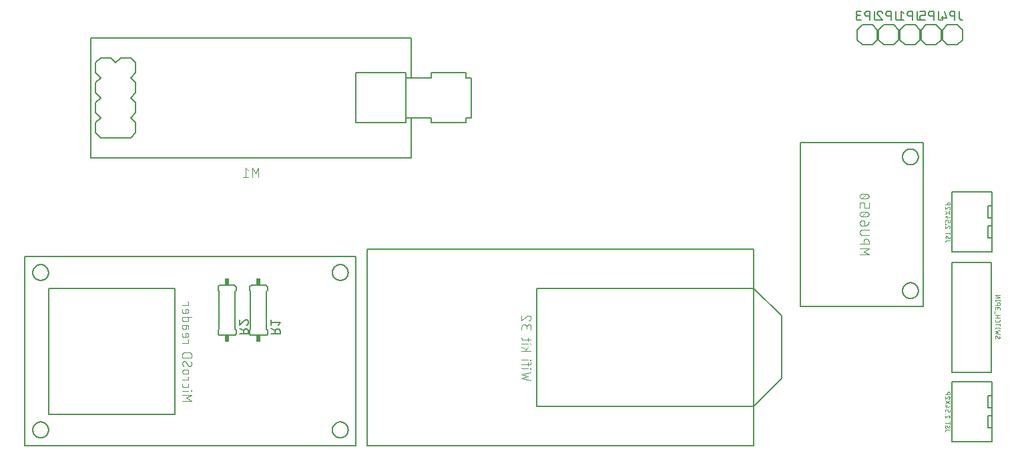
<source format=gbr>
G04 EAGLE Gerber RS-274X export*
G75*
%MOMM*%
%FSLAX34Y34*%
%LPD*%
%INSilkscreen Bottom*%
%IPPOS*%
%AMOC8*
5,1,8,0,0,1.08239X$1,22.5*%
G01*
%ADD10C,0.127000*%
%ADD11C,0.101600*%
%ADD12C,0.050800*%
%ADD13C,0.152400*%
%ADD14R,0.609600X0.863600*%


D10*
X443520Y48110D02*
X23520Y48110D01*
X23520Y288110D01*
X443520Y288110D01*
X443520Y48110D01*
X53520Y88110D02*
X53520Y248110D01*
X53520Y88110D02*
X213520Y88110D01*
X213520Y248110D01*
X53520Y248110D01*
X33520Y268110D02*
X33523Y268355D01*
X33532Y268601D01*
X33547Y268846D01*
X33568Y269090D01*
X33595Y269334D01*
X33628Y269577D01*
X33667Y269820D01*
X33712Y270061D01*
X33763Y270301D01*
X33820Y270540D01*
X33882Y270777D01*
X33951Y271013D01*
X34025Y271247D01*
X34105Y271479D01*
X34190Y271709D01*
X34281Y271937D01*
X34378Y272162D01*
X34480Y272386D01*
X34588Y272606D01*
X34701Y272824D01*
X34819Y273039D01*
X34943Y273251D01*
X35071Y273460D01*
X35205Y273666D01*
X35344Y273868D01*
X35488Y274067D01*
X35637Y274262D01*
X35790Y274454D01*
X35948Y274642D01*
X36110Y274826D01*
X36278Y275005D01*
X36449Y275181D01*
X36625Y275352D01*
X36804Y275520D01*
X36988Y275682D01*
X37176Y275840D01*
X37368Y275993D01*
X37563Y276142D01*
X37762Y276286D01*
X37964Y276425D01*
X38170Y276559D01*
X38379Y276687D01*
X38591Y276811D01*
X38806Y276929D01*
X39024Y277042D01*
X39244Y277150D01*
X39468Y277252D01*
X39693Y277349D01*
X39921Y277440D01*
X40151Y277525D01*
X40383Y277605D01*
X40617Y277679D01*
X40853Y277748D01*
X41090Y277810D01*
X41329Y277867D01*
X41569Y277918D01*
X41810Y277963D01*
X42053Y278002D01*
X42296Y278035D01*
X42540Y278062D01*
X42784Y278083D01*
X43029Y278098D01*
X43275Y278107D01*
X43520Y278110D01*
X43765Y278107D01*
X44011Y278098D01*
X44256Y278083D01*
X44500Y278062D01*
X44744Y278035D01*
X44987Y278002D01*
X45230Y277963D01*
X45471Y277918D01*
X45711Y277867D01*
X45950Y277810D01*
X46187Y277748D01*
X46423Y277679D01*
X46657Y277605D01*
X46889Y277525D01*
X47119Y277440D01*
X47347Y277349D01*
X47572Y277252D01*
X47796Y277150D01*
X48016Y277042D01*
X48234Y276929D01*
X48449Y276811D01*
X48661Y276687D01*
X48870Y276559D01*
X49076Y276425D01*
X49278Y276286D01*
X49477Y276142D01*
X49672Y275993D01*
X49864Y275840D01*
X50052Y275682D01*
X50236Y275520D01*
X50415Y275352D01*
X50591Y275181D01*
X50762Y275005D01*
X50930Y274826D01*
X51092Y274642D01*
X51250Y274454D01*
X51403Y274262D01*
X51552Y274067D01*
X51696Y273868D01*
X51835Y273666D01*
X51969Y273460D01*
X52097Y273251D01*
X52221Y273039D01*
X52339Y272824D01*
X52452Y272606D01*
X52560Y272386D01*
X52662Y272162D01*
X52759Y271937D01*
X52850Y271709D01*
X52935Y271479D01*
X53015Y271247D01*
X53089Y271013D01*
X53158Y270777D01*
X53220Y270540D01*
X53277Y270301D01*
X53328Y270061D01*
X53373Y269820D01*
X53412Y269577D01*
X53445Y269334D01*
X53472Y269090D01*
X53493Y268846D01*
X53508Y268601D01*
X53517Y268355D01*
X53520Y268110D01*
X53517Y267865D01*
X53508Y267619D01*
X53493Y267374D01*
X53472Y267130D01*
X53445Y266886D01*
X53412Y266643D01*
X53373Y266400D01*
X53328Y266159D01*
X53277Y265919D01*
X53220Y265680D01*
X53158Y265443D01*
X53089Y265207D01*
X53015Y264973D01*
X52935Y264741D01*
X52850Y264511D01*
X52759Y264283D01*
X52662Y264058D01*
X52560Y263834D01*
X52452Y263614D01*
X52339Y263396D01*
X52221Y263181D01*
X52097Y262969D01*
X51969Y262760D01*
X51835Y262554D01*
X51696Y262352D01*
X51552Y262153D01*
X51403Y261958D01*
X51250Y261766D01*
X51092Y261578D01*
X50930Y261394D01*
X50762Y261215D01*
X50591Y261039D01*
X50415Y260868D01*
X50236Y260700D01*
X50052Y260538D01*
X49864Y260380D01*
X49672Y260227D01*
X49477Y260078D01*
X49278Y259934D01*
X49076Y259795D01*
X48870Y259661D01*
X48661Y259533D01*
X48449Y259409D01*
X48234Y259291D01*
X48016Y259178D01*
X47796Y259070D01*
X47572Y258968D01*
X47347Y258871D01*
X47119Y258780D01*
X46889Y258695D01*
X46657Y258615D01*
X46423Y258541D01*
X46187Y258472D01*
X45950Y258410D01*
X45711Y258353D01*
X45471Y258302D01*
X45230Y258257D01*
X44987Y258218D01*
X44744Y258185D01*
X44500Y258158D01*
X44256Y258137D01*
X44011Y258122D01*
X43765Y258113D01*
X43520Y258110D01*
X43275Y258113D01*
X43029Y258122D01*
X42784Y258137D01*
X42540Y258158D01*
X42296Y258185D01*
X42053Y258218D01*
X41810Y258257D01*
X41569Y258302D01*
X41329Y258353D01*
X41090Y258410D01*
X40853Y258472D01*
X40617Y258541D01*
X40383Y258615D01*
X40151Y258695D01*
X39921Y258780D01*
X39693Y258871D01*
X39468Y258968D01*
X39244Y259070D01*
X39024Y259178D01*
X38806Y259291D01*
X38591Y259409D01*
X38379Y259533D01*
X38170Y259661D01*
X37964Y259795D01*
X37762Y259934D01*
X37563Y260078D01*
X37368Y260227D01*
X37176Y260380D01*
X36988Y260538D01*
X36804Y260700D01*
X36625Y260868D01*
X36449Y261039D01*
X36278Y261215D01*
X36110Y261394D01*
X35948Y261578D01*
X35790Y261766D01*
X35637Y261958D01*
X35488Y262153D01*
X35344Y262352D01*
X35205Y262554D01*
X35071Y262760D01*
X34943Y262969D01*
X34819Y263181D01*
X34701Y263396D01*
X34588Y263614D01*
X34480Y263834D01*
X34378Y264058D01*
X34281Y264283D01*
X34190Y264511D01*
X34105Y264741D01*
X34025Y264973D01*
X33951Y265207D01*
X33882Y265443D01*
X33820Y265680D01*
X33763Y265919D01*
X33712Y266159D01*
X33667Y266400D01*
X33628Y266643D01*
X33595Y266886D01*
X33568Y267130D01*
X33547Y267374D01*
X33532Y267619D01*
X33523Y267865D01*
X33520Y268110D01*
X33520Y68110D02*
X33523Y68355D01*
X33532Y68601D01*
X33547Y68846D01*
X33568Y69090D01*
X33595Y69334D01*
X33628Y69577D01*
X33667Y69820D01*
X33712Y70061D01*
X33763Y70301D01*
X33820Y70540D01*
X33882Y70777D01*
X33951Y71013D01*
X34025Y71247D01*
X34105Y71479D01*
X34190Y71709D01*
X34281Y71937D01*
X34378Y72162D01*
X34480Y72386D01*
X34588Y72606D01*
X34701Y72824D01*
X34819Y73039D01*
X34943Y73251D01*
X35071Y73460D01*
X35205Y73666D01*
X35344Y73868D01*
X35488Y74067D01*
X35637Y74262D01*
X35790Y74454D01*
X35948Y74642D01*
X36110Y74826D01*
X36278Y75005D01*
X36449Y75181D01*
X36625Y75352D01*
X36804Y75520D01*
X36988Y75682D01*
X37176Y75840D01*
X37368Y75993D01*
X37563Y76142D01*
X37762Y76286D01*
X37964Y76425D01*
X38170Y76559D01*
X38379Y76687D01*
X38591Y76811D01*
X38806Y76929D01*
X39024Y77042D01*
X39244Y77150D01*
X39468Y77252D01*
X39693Y77349D01*
X39921Y77440D01*
X40151Y77525D01*
X40383Y77605D01*
X40617Y77679D01*
X40853Y77748D01*
X41090Y77810D01*
X41329Y77867D01*
X41569Y77918D01*
X41810Y77963D01*
X42053Y78002D01*
X42296Y78035D01*
X42540Y78062D01*
X42784Y78083D01*
X43029Y78098D01*
X43275Y78107D01*
X43520Y78110D01*
X43765Y78107D01*
X44011Y78098D01*
X44256Y78083D01*
X44500Y78062D01*
X44744Y78035D01*
X44987Y78002D01*
X45230Y77963D01*
X45471Y77918D01*
X45711Y77867D01*
X45950Y77810D01*
X46187Y77748D01*
X46423Y77679D01*
X46657Y77605D01*
X46889Y77525D01*
X47119Y77440D01*
X47347Y77349D01*
X47572Y77252D01*
X47796Y77150D01*
X48016Y77042D01*
X48234Y76929D01*
X48449Y76811D01*
X48661Y76687D01*
X48870Y76559D01*
X49076Y76425D01*
X49278Y76286D01*
X49477Y76142D01*
X49672Y75993D01*
X49864Y75840D01*
X50052Y75682D01*
X50236Y75520D01*
X50415Y75352D01*
X50591Y75181D01*
X50762Y75005D01*
X50930Y74826D01*
X51092Y74642D01*
X51250Y74454D01*
X51403Y74262D01*
X51552Y74067D01*
X51696Y73868D01*
X51835Y73666D01*
X51969Y73460D01*
X52097Y73251D01*
X52221Y73039D01*
X52339Y72824D01*
X52452Y72606D01*
X52560Y72386D01*
X52662Y72162D01*
X52759Y71937D01*
X52850Y71709D01*
X52935Y71479D01*
X53015Y71247D01*
X53089Y71013D01*
X53158Y70777D01*
X53220Y70540D01*
X53277Y70301D01*
X53328Y70061D01*
X53373Y69820D01*
X53412Y69577D01*
X53445Y69334D01*
X53472Y69090D01*
X53493Y68846D01*
X53508Y68601D01*
X53517Y68355D01*
X53520Y68110D01*
X53517Y67865D01*
X53508Y67619D01*
X53493Y67374D01*
X53472Y67130D01*
X53445Y66886D01*
X53412Y66643D01*
X53373Y66400D01*
X53328Y66159D01*
X53277Y65919D01*
X53220Y65680D01*
X53158Y65443D01*
X53089Y65207D01*
X53015Y64973D01*
X52935Y64741D01*
X52850Y64511D01*
X52759Y64283D01*
X52662Y64058D01*
X52560Y63834D01*
X52452Y63614D01*
X52339Y63396D01*
X52221Y63181D01*
X52097Y62969D01*
X51969Y62760D01*
X51835Y62554D01*
X51696Y62352D01*
X51552Y62153D01*
X51403Y61958D01*
X51250Y61766D01*
X51092Y61578D01*
X50930Y61394D01*
X50762Y61215D01*
X50591Y61039D01*
X50415Y60868D01*
X50236Y60700D01*
X50052Y60538D01*
X49864Y60380D01*
X49672Y60227D01*
X49477Y60078D01*
X49278Y59934D01*
X49076Y59795D01*
X48870Y59661D01*
X48661Y59533D01*
X48449Y59409D01*
X48234Y59291D01*
X48016Y59178D01*
X47796Y59070D01*
X47572Y58968D01*
X47347Y58871D01*
X47119Y58780D01*
X46889Y58695D01*
X46657Y58615D01*
X46423Y58541D01*
X46187Y58472D01*
X45950Y58410D01*
X45711Y58353D01*
X45471Y58302D01*
X45230Y58257D01*
X44987Y58218D01*
X44744Y58185D01*
X44500Y58158D01*
X44256Y58137D01*
X44011Y58122D01*
X43765Y58113D01*
X43520Y58110D01*
X43275Y58113D01*
X43029Y58122D01*
X42784Y58137D01*
X42540Y58158D01*
X42296Y58185D01*
X42053Y58218D01*
X41810Y58257D01*
X41569Y58302D01*
X41329Y58353D01*
X41090Y58410D01*
X40853Y58472D01*
X40617Y58541D01*
X40383Y58615D01*
X40151Y58695D01*
X39921Y58780D01*
X39693Y58871D01*
X39468Y58968D01*
X39244Y59070D01*
X39024Y59178D01*
X38806Y59291D01*
X38591Y59409D01*
X38379Y59533D01*
X38170Y59661D01*
X37964Y59795D01*
X37762Y59934D01*
X37563Y60078D01*
X37368Y60227D01*
X37176Y60380D01*
X36988Y60538D01*
X36804Y60700D01*
X36625Y60868D01*
X36449Y61039D01*
X36278Y61215D01*
X36110Y61394D01*
X35948Y61578D01*
X35790Y61766D01*
X35637Y61958D01*
X35488Y62153D01*
X35344Y62352D01*
X35205Y62554D01*
X35071Y62760D01*
X34943Y62969D01*
X34819Y63181D01*
X34701Y63396D01*
X34588Y63614D01*
X34480Y63834D01*
X34378Y64058D01*
X34281Y64283D01*
X34190Y64511D01*
X34105Y64741D01*
X34025Y64973D01*
X33951Y65207D01*
X33882Y65443D01*
X33820Y65680D01*
X33763Y65919D01*
X33712Y66159D01*
X33667Y66400D01*
X33628Y66643D01*
X33595Y66886D01*
X33568Y67130D01*
X33547Y67374D01*
X33532Y67619D01*
X33523Y67865D01*
X33520Y68110D01*
X413520Y68110D02*
X413523Y68355D01*
X413532Y68601D01*
X413547Y68846D01*
X413568Y69090D01*
X413595Y69334D01*
X413628Y69577D01*
X413667Y69820D01*
X413712Y70061D01*
X413763Y70301D01*
X413820Y70540D01*
X413882Y70777D01*
X413951Y71013D01*
X414025Y71247D01*
X414105Y71479D01*
X414190Y71709D01*
X414281Y71937D01*
X414378Y72162D01*
X414480Y72386D01*
X414588Y72606D01*
X414701Y72824D01*
X414819Y73039D01*
X414943Y73251D01*
X415071Y73460D01*
X415205Y73666D01*
X415344Y73868D01*
X415488Y74067D01*
X415637Y74262D01*
X415790Y74454D01*
X415948Y74642D01*
X416110Y74826D01*
X416278Y75005D01*
X416449Y75181D01*
X416625Y75352D01*
X416804Y75520D01*
X416988Y75682D01*
X417176Y75840D01*
X417368Y75993D01*
X417563Y76142D01*
X417762Y76286D01*
X417964Y76425D01*
X418170Y76559D01*
X418379Y76687D01*
X418591Y76811D01*
X418806Y76929D01*
X419024Y77042D01*
X419244Y77150D01*
X419468Y77252D01*
X419693Y77349D01*
X419921Y77440D01*
X420151Y77525D01*
X420383Y77605D01*
X420617Y77679D01*
X420853Y77748D01*
X421090Y77810D01*
X421329Y77867D01*
X421569Y77918D01*
X421810Y77963D01*
X422053Y78002D01*
X422296Y78035D01*
X422540Y78062D01*
X422784Y78083D01*
X423029Y78098D01*
X423275Y78107D01*
X423520Y78110D01*
X423765Y78107D01*
X424011Y78098D01*
X424256Y78083D01*
X424500Y78062D01*
X424744Y78035D01*
X424987Y78002D01*
X425230Y77963D01*
X425471Y77918D01*
X425711Y77867D01*
X425950Y77810D01*
X426187Y77748D01*
X426423Y77679D01*
X426657Y77605D01*
X426889Y77525D01*
X427119Y77440D01*
X427347Y77349D01*
X427572Y77252D01*
X427796Y77150D01*
X428016Y77042D01*
X428234Y76929D01*
X428449Y76811D01*
X428661Y76687D01*
X428870Y76559D01*
X429076Y76425D01*
X429278Y76286D01*
X429477Y76142D01*
X429672Y75993D01*
X429864Y75840D01*
X430052Y75682D01*
X430236Y75520D01*
X430415Y75352D01*
X430591Y75181D01*
X430762Y75005D01*
X430930Y74826D01*
X431092Y74642D01*
X431250Y74454D01*
X431403Y74262D01*
X431552Y74067D01*
X431696Y73868D01*
X431835Y73666D01*
X431969Y73460D01*
X432097Y73251D01*
X432221Y73039D01*
X432339Y72824D01*
X432452Y72606D01*
X432560Y72386D01*
X432662Y72162D01*
X432759Y71937D01*
X432850Y71709D01*
X432935Y71479D01*
X433015Y71247D01*
X433089Y71013D01*
X433158Y70777D01*
X433220Y70540D01*
X433277Y70301D01*
X433328Y70061D01*
X433373Y69820D01*
X433412Y69577D01*
X433445Y69334D01*
X433472Y69090D01*
X433493Y68846D01*
X433508Y68601D01*
X433517Y68355D01*
X433520Y68110D01*
X433517Y67865D01*
X433508Y67619D01*
X433493Y67374D01*
X433472Y67130D01*
X433445Y66886D01*
X433412Y66643D01*
X433373Y66400D01*
X433328Y66159D01*
X433277Y65919D01*
X433220Y65680D01*
X433158Y65443D01*
X433089Y65207D01*
X433015Y64973D01*
X432935Y64741D01*
X432850Y64511D01*
X432759Y64283D01*
X432662Y64058D01*
X432560Y63834D01*
X432452Y63614D01*
X432339Y63396D01*
X432221Y63181D01*
X432097Y62969D01*
X431969Y62760D01*
X431835Y62554D01*
X431696Y62352D01*
X431552Y62153D01*
X431403Y61958D01*
X431250Y61766D01*
X431092Y61578D01*
X430930Y61394D01*
X430762Y61215D01*
X430591Y61039D01*
X430415Y60868D01*
X430236Y60700D01*
X430052Y60538D01*
X429864Y60380D01*
X429672Y60227D01*
X429477Y60078D01*
X429278Y59934D01*
X429076Y59795D01*
X428870Y59661D01*
X428661Y59533D01*
X428449Y59409D01*
X428234Y59291D01*
X428016Y59178D01*
X427796Y59070D01*
X427572Y58968D01*
X427347Y58871D01*
X427119Y58780D01*
X426889Y58695D01*
X426657Y58615D01*
X426423Y58541D01*
X426187Y58472D01*
X425950Y58410D01*
X425711Y58353D01*
X425471Y58302D01*
X425230Y58257D01*
X424987Y58218D01*
X424744Y58185D01*
X424500Y58158D01*
X424256Y58137D01*
X424011Y58122D01*
X423765Y58113D01*
X423520Y58110D01*
X423275Y58113D01*
X423029Y58122D01*
X422784Y58137D01*
X422540Y58158D01*
X422296Y58185D01*
X422053Y58218D01*
X421810Y58257D01*
X421569Y58302D01*
X421329Y58353D01*
X421090Y58410D01*
X420853Y58472D01*
X420617Y58541D01*
X420383Y58615D01*
X420151Y58695D01*
X419921Y58780D01*
X419693Y58871D01*
X419468Y58968D01*
X419244Y59070D01*
X419024Y59178D01*
X418806Y59291D01*
X418591Y59409D01*
X418379Y59533D01*
X418170Y59661D01*
X417964Y59795D01*
X417762Y59934D01*
X417563Y60078D01*
X417368Y60227D01*
X417176Y60380D01*
X416988Y60538D01*
X416804Y60700D01*
X416625Y60868D01*
X416449Y61039D01*
X416278Y61215D01*
X416110Y61394D01*
X415948Y61578D01*
X415790Y61766D01*
X415637Y61958D01*
X415488Y62153D01*
X415344Y62352D01*
X415205Y62554D01*
X415071Y62760D01*
X414943Y62969D01*
X414819Y63181D01*
X414701Y63396D01*
X414588Y63614D01*
X414480Y63834D01*
X414378Y64058D01*
X414281Y64283D01*
X414190Y64511D01*
X414105Y64741D01*
X414025Y64973D01*
X413951Y65207D01*
X413882Y65443D01*
X413820Y65680D01*
X413763Y65919D01*
X413712Y66159D01*
X413667Y66400D01*
X413628Y66643D01*
X413595Y66886D01*
X413568Y67130D01*
X413547Y67374D01*
X413532Y67619D01*
X413523Y67865D01*
X413520Y68110D01*
X413520Y268110D02*
X413523Y268355D01*
X413532Y268601D01*
X413547Y268846D01*
X413568Y269090D01*
X413595Y269334D01*
X413628Y269577D01*
X413667Y269820D01*
X413712Y270061D01*
X413763Y270301D01*
X413820Y270540D01*
X413882Y270777D01*
X413951Y271013D01*
X414025Y271247D01*
X414105Y271479D01*
X414190Y271709D01*
X414281Y271937D01*
X414378Y272162D01*
X414480Y272386D01*
X414588Y272606D01*
X414701Y272824D01*
X414819Y273039D01*
X414943Y273251D01*
X415071Y273460D01*
X415205Y273666D01*
X415344Y273868D01*
X415488Y274067D01*
X415637Y274262D01*
X415790Y274454D01*
X415948Y274642D01*
X416110Y274826D01*
X416278Y275005D01*
X416449Y275181D01*
X416625Y275352D01*
X416804Y275520D01*
X416988Y275682D01*
X417176Y275840D01*
X417368Y275993D01*
X417563Y276142D01*
X417762Y276286D01*
X417964Y276425D01*
X418170Y276559D01*
X418379Y276687D01*
X418591Y276811D01*
X418806Y276929D01*
X419024Y277042D01*
X419244Y277150D01*
X419468Y277252D01*
X419693Y277349D01*
X419921Y277440D01*
X420151Y277525D01*
X420383Y277605D01*
X420617Y277679D01*
X420853Y277748D01*
X421090Y277810D01*
X421329Y277867D01*
X421569Y277918D01*
X421810Y277963D01*
X422053Y278002D01*
X422296Y278035D01*
X422540Y278062D01*
X422784Y278083D01*
X423029Y278098D01*
X423275Y278107D01*
X423520Y278110D01*
X423765Y278107D01*
X424011Y278098D01*
X424256Y278083D01*
X424500Y278062D01*
X424744Y278035D01*
X424987Y278002D01*
X425230Y277963D01*
X425471Y277918D01*
X425711Y277867D01*
X425950Y277810D01*
X426187Y277748D01*
X426423Y277679D01*
X426657Y277605D01*
X426889Y277525D01*
X427119Y277440D01*
X427347Y277349D01*
X427572Y277252D01*
X427796Y277150D01*
X428016Y277042D01*
X428234Y276929D01*
X428449Y276811D01*
X428661Y276687D01*
X428870Y276559D01*
X429076Y276425D01*
X429278Y276286D01*
X429477Y276142D01*
X429672Y275993D01*
X429864Y275840D01*
X430052Y275682D01*
X430236Y275520D01*
X430415Y275352D01*
X430591Y275181D01*
X430762Y275005D01*
X430930Y274826D01*
X431092Y274642D01*
X431250Y274454D01*
X431403Y274262D01*
X431552Y274067D01*
X431696Y273868D01*
X431835Y273666D01*
X431969Y273460D01*
X432097Y273251D01*
X432221Y273039D01*
X432339Y272824D01*
X432452Y272606D01*
X432560Y272386D01*
X432662Y272162D01*
X432759Y271937D01*
X432850Y271709D01*
X432935Y271479D01*
X433015Y271247D01*
X433089Y271013D01*
X433158Y270777D01*
X433220Y270540D01*
X433277Y270301D01*
X433328Y270061D01*
X433373Y269820D01*
X433412Y269577D01*
X433445Y269334D01*
X433472Y269090D01*
X433493Y268846D01*
X433508Y268601D01*
X433517Y268355D01*
X433520Y268110D01*
X433517Y267865D01*
X433508Y267619D01*
X433493Y267374D01*
X433472Y267130D01*
X433445Y266886D01*
X433412Y266643D01*
X433373Y266400D01*
X433328Y266159D01*
X433277Y265919D01*
X433220Y265680D01*
X433158Y265443D01*
X433089Y265207D01*
X433015Y264973D01*
X432935Y264741D01*
X432850Y264511D01*
X432759Y264283D01*
X432662Y264058D01*
X432560Y263834D01*
X432452Y263614D01*
X432339Y263396D01*
X432221Y263181D01*
X432097Y262969D01*
X431969Y262760D01*
X431835Y262554D01*
X431696Y262352D01*
X431552Y262153D01*
X431403Y261958D01*
X431250Y261766D01*
X431092Y261578D01*
X430930Y261394D01*
X430762Y261215D01*
X430591Y261039D01*
X430415Y260868D01*
X430236Y260700D01*
X430052Y260538D01*
X429864Y260380D01*
X429672Y260227D01*
X429477Y260078D01*
X429278Y259934D01*
X429076Y259795D01*
X428870Y259661D01*
X428661Y259533D01*
X428449Y259409D01*
X428234Y259291D01*
X428016Y259178D01*
X427796Y259070D01*
X427572Y258968D01*
X427347Y258871D01*
X427119Y258780D01*
X426889Y258695D01*
X426657Y258615D01*
X426423Y258541D01*
X426187Y258472D01*
X425950Y258410D01*
X425711Y258353D01*
X425471Y258302D01*
X425230Y258257D01*
X424987Y258218D01*
X424744Y258185D01*
X424500Y258158D01*
X424256Y258137D01*
X424011Y258122D01*
X423765Y258113D01*
X423520Y258110D01*
X423275Y258113D01*
X423029Y258122D01*
X422784Y258137D01*
X422540Y258158D01*
X422296Y258185D01*
X422053Y258218D01*
X421810Y258257D01*
X421569Y258302D01*
X421329Y258353D01*
X421090Y258410D01*
X420853Y258472D01*
X420617Y258541D01*
X420383Y258615D01*
X420151Y258695D01*
X419921Y258780D01*
X419693Y258871D01*
X419468Y258968D01*
X419244Y259070D01*
X419024Y259178D01*
X418806Y259291D01*
X418591Y259409D01*
X418379Y259533D01*
X418170Y259661D01*
X417964Y259795D01*
X417762Y259934D01*
X417563Y260078D01*
X417368Y260227D01*
X417176Y260380D01*
X416988Y260538D01*
X416804Y260700D01*
X416625Y260868D01*
X416449Y261039D01*
X416278Y261215D01*
X416110Y261394D01*
X415948Y261578D01*
X415790Y261766D01*
X415637Y261958D01*
X415488Y262153D01*
X415344Y262352D01*
X415205Y262554D01*
X415071Y262760D01*
X414943Y262969D01*
X414819Y263181D01*
X414701Y263396D01*
X414588Y263614D01*
X414480Y263834D01*
X414378Y264058D01*
X414281Y264283D01*
X414190Y264511D01*
X414105Y264741D01*
X414025Y264973D01*
X413951Y265207D01*
X413882Y265443D01*
X413820Y265680D01*
X413763Y265919D01*
X413712Y266159D01*
X413667Y266400D01*
X413628Y266643D01*
X413595Y266886D01*
X413568Y267130D01*
X413547Y267374D01*
X413532Y267619D01*
X413523Y267865D01*
X413520Y268110D01*
D11*
X235012Y104566D02*
X223328Y104566D01*
X228521Y108461D02*
X235012Y104566D01*
X228521Y108461D02*
X235012Y112355D01*
X223328Y112355D01*
X223328Y117605D02*
X231117Y117605D01*
X234363Y117280D02*
X235012Y117280D01*
X235012Y117929D01*
X234363Y117929D01*
X234363Y117280D01*
X223328Y124208D02*
X223328Y126804D01*
X223328Y124208D02*
X223330Y124121D01*
X223336Y124033D01*
X223346Y123947D01*
X223359Y123860D01*
X223377Y123775D01*
X223398Y123690D01*
X223423Y123606D01*
X223452Y123524D01*
X223485Y123443D01*
X223521Y123363D01*
X223560Y123285D01*
X223604Y123209D01*
X223650Y123135D01*
X223700Y123064D01*
X223753Y122994D01*
X223809Y122927D01*
X223868Y122863D01*
X223930Y122801D01*
X223994Y122742D01*
X224061Y122686D01*
X224131Y122633D01*
X224202Y122583D01*
X224276Y122537D01*
X224352Y122493D01*
X224430Y122454D01*
X224510Y122418D01*
X224591Y122385D01*
X224673Y122356D01*
X224757Y122331D01*
X224842Y122310D01*
X224927Y122292D01*
X225014Y122279D01*
X225100Y122269D01*
X225188Y122263D01*
X225275Y122261D01*
X225275Y122260D02*
X229170Y122260D01*
X229170Y122261D02*
X229257Y122263D01*
X229345Y122269D01*
X229431Y122279D01*
X229518Y122292D01*
X229603Y122310D01*
X229688Y122331D01*
X229772Y122356D01*
X229854Y122385D01*
X229935Y122418D01*
X230015Y122454D01*
X230093Y122493D01*
X230169Y122537D01*
X230243Y122583D01*
X230314Y122633D01*
X230384Y122686D01*
X230451Y122742D01*
X230515Y122801D01*
X230577Y122863D01*
X230636Y122927D01*
X230692Y122994D01*
X230745Y123064D01*
X230795Y123135D01*
X230841Y123209D01*
X230885Y123285D01*
X230924Y123363D01*
X230960Y123443D01*
X230993Y123524D01*
X231022Y123606D01*
X231047Y123690D01*
X231068Y123775D01*
X231086Y123860D01*
X231099Y123947D01*
X231109Y124033D01*
X231115Y124121D01*
X231117Y124208D01*
X231117Y126804D01*
X231117Y131457D02*
X223328Y131457D01*
X231117Y131457D02*
X231117Y135352D01*
X229819Y135352D01*
X228521Y139011D02*
X225924Y139011D01*
X228521Y139012D02*
X228622Y139014D01*
X228722Y139020D01*
X228822Y139030D01*
X228922Y139043D01*
X229021Y139061D01*
X229120Y139082D01*
X229217Y139107D01*
X229314Y139136D01*
X229409Y139169D01*
X229503Y139205D01*
X229595Y139245D01*
X229686Y139288D01*
X229775Y139335D01*
X229862Y139385D01*
X229948Y139439D01*
X230031Y139496D01*
X230111Y139556D01*
X230190Y139619D01*
X230266Y139686D01*
X230339Y139755D01*
X230409Y139827D01*
X230477Y139901D01*
X230542Y139978D01*
X230603Y140058D01*
X230662Y140140D01*
X230717Y140224D01*
X230769Y140310D01*
X230818Y140398D01*
X230863Y140488D01*
X230905Y140580D01*
X230943Y140673D01*
X230977Y140768D01*
X231008Y140863D01*
X231035Y140960D01*
X231058Y141058D01*
X231078Y141157D01*
X231093Y141257D01*
X231105Y141357D01*
X231113Y141457D01*
X231117Y141558D01*
X231117Y141658D01*
X231113Y141759D01*
X231105Y141859D01*
X231093Y141959D01*
X231078Y142059D01*
X231058Y142158D01*
X231035Y142256D01*
X231008Y142353D01*
X230977Y142448D01*
X230943Y142543D01*
X230905Y142636D01*
X230863Y142728D01*
X230818Y142818D01*
X230769Y142906D01*
X230717Y142992D01*
X230662Y143076D01*
X230603Y143158D01*
X230542Y143238D01*
X230477Y143315D01*
X230409Y143389D01*
X230339Y143461D01*
X230266Y143530D01*
X230190Y143597D01*
X230111Y143660D01*
X230031Y143720D01*
X229948Y143777D01*
X229862Y143831D01*
X229775Y143881D01*
X229686Y143928D01*
X229595Y143971D01*
X229503Y144011D01*
X229409Y144047D01*
X229314Y144080D01*
X229217Y144109D01*
X229120Y144134D01*
X229021Y144155D01*
X228922Y144173D01*
X228822Y144186D01*
X228722Y144196D01*
X228622Y144202D01*
X228521Y144204D01*
X225924Y144204D01*
X225823Y144202D01*
X225723Y144196D01*
X225623Y144186D01*
X225523Y144173D01*
X225424Y144155D01*
X225325Y144134D01*
X225228Y144109D01*
X225131Y144080D01*
X225036Y144047D01*
X224942Y144011D01*
X224850Y143971D01*
X224759Y143928D01*
X224670Y143881D01*
X224583Y143831D01*
X224497Y143777D01*
X224414Y143720D01*
X224334Y143660D01*
X224255Y143597D01*
X224179Y143530D01*
X224106Y143461D01*
X224036Y143389D01*
X223968Y143315D01*
X223903Y143238D01*
X223842Y143158D01*
X223783Y143076D01*
X223728Y142992D01*
X223676Y142906D01*
X223627Y142818D01*
X223582Y142728D01*
X223540Y142636D01*
X223502Y142543D01*
X223468Y142448D01*
X223437Y142353D01*
X223410Y142256D01*
X223387Y142158D01*
X223367Y142059D01*
X223352Y141959D01*
X223340Y141859D01*
X223332Y141759D01*
X223328Y141658D01*
X223328Y141558D01*
X223332Y141457D01*
X223340Y141357D01*
X223352Y141257D01*
X223367Y141157D01*
X223387Y141058D01*
X223410Y140960D01*
X223437Y140863D01*
X223468Y140768D01*
X223502Y140673D01*
X223540Y140580D01*
X223582Y140488D01*
X223627Y140398D01*
X223676Y140310D01*
X223728Y140224D01*
X223783Y140140D01*
X223842Y140058D01*
X223903Y139978D01*
X223968Y139901D01*
X224036Y139827D01*
X224106Y139755D01*
X224179Y139686D01*
X224255Y139619D01*
X224334Y139556D01*
X224414Y139496D01*
X224497Y139439D01*
X224583Y139385D01*
X224670Y139335D01*
X224759Y139288D01*
X224850Y139245D01*
X224942Y139205D01*
X225036Y139169D01*
X225131Y139136D01*
X225228Y139107D01*
X225325Y139082D01*
X225424Y139061D01*
X225523Y139043D01*
X225623Y139030D01*
X225723Y139020D01*
X225823Y139014D01*
X225924Y139012D01*
X223328Y152544D02*
X223330Y152643D01*
X223336Y152743D01*
X223345Y152842D01*
X223358Y152940D01*
X223375Y153038D01*
X223396Y153136D01*
X223421Y153232D01*
X223449Y153327D01*
X223481Y153421D01*
X223516Y153514D01*
X223555Y153606D01*
X223598Y153696D01*
X223643Y153784D01*
X223693Y153871D01*
X223745Y153955D01*
X223801Y154038D01*
X223859Y154118D01*
X223921Y154196D01*
X223986Y154271D01*
X224054Y154344D01*
X224124Y154414D01*
X224197Y154482D01*
X224272Y154547D01*
X224350Y154609D01*
X224430Y154667D01*
X224513Y154723D01*
X224597Y154775D01*
X224684Y154825D01*
X224772Y154870D01*
X224862Y154913D01*
X224954Y154952D01*
X225047Y154987D01*
X225141Y155019D01*
X225236Y155047D01*
X225332Y155072D01*
X225430Y155093D01*
X225528Y155110D01*
X225626Y155123D01*
X225725Y155132D01*
X225825Y155138D01*
X225924Y155140D01*
X223328Y152544D02*
X223330Y152400D01*
X223336Y152255D01*
X223345Y152111D01*
X223358Y151968D01*
X223375Y151824D01*
X223396Y151681D01*
X223421Y151539D01*
X223449Y151398D01*
X223481Y151257D01*
X223517Y151117D01*
X223556Y150978D01*
X223599Y150840D01*
X223646Y150704D01*
X223696Y150568D01*
X223750Y150434D01*
X223807Y150302D01*
X223868Y150171D01*
X223932Y150042D01*
X224000Y149914D01*
X224070Y149788D01*
X224145Y149664D01*
X224222Y149543D01*
X224303Y149423D01*
X224386Y149305D01*
X224473Y149190D01*
X224563Y149077D01*
X224656Y148966D01*
X224751Y148858D01*
X224850Y148752D01*
X224951Y148649D01*
X232416Y148974D02*
X232515Y148976D01*
X232615Y148982D01*
X232714Y148991D01*
X232812Y149004D01*
X232910Y149021D01*
X233008Y149042D01*
X233104Y149067D01*
X233199Y149095D01*
X233293Y149127D01*
X233386Y149162D01*
X233478Y149201D01*
X233568Y149244D01*
X233656Y149289D01*
X233743Y149339D01*
X233827Y149391D01*
X233910Y149447D01*
X233990Y149505D01*
X234068Y149567D01*
X234143Y149632D01*
X234216Y149700D01*
X234286Y149770D01*
X234354Y149843D01*
X234419Y149918D01*
X234481Y149996D01*
X234539Y150076D01*
X234595Y150159D01*
X234647Y150243D01*
X234697Y150330D01*
X234742Y150418D01*
X234785Y150508D01*
X234824Y150600D01*
X234859Y150693D01*
X234891Y150787D01*
X234919Y150882D01*
X234944Y150979D01*
X234965Y151076D01*
X234982Y151174D01*
X234995Y151272D01*
X235004Y151371D01*
X235010Y151471D01*
X235012Y151570D01*
X235010Y151706D01*
X235004Y151842D01*
X234995Y151978D01*
X234982Y152114D01*
X234964Y152249D01*
X234944Y152383D01*
X234919Y152517D01*
X234891Y152651D01*
X234858Y152783D01*
X234823Y152914D01*
X234783Y153045D01*
X234740Y153174D01*
X234694Y153302D01*
X234643Y153428D01*
X234590Y153554D01*
X234532Y153677D01*
X234472Y153799D01*
X234408Y153919D01*
X234340Y154038D01*
X234270Y154154D01*
X234196Y154268D01*
X234119Y154381D01*
X234038Y154491D01*
X230144Y150271D02*
X230197Y150185D01*
X230254Y150101D01*
X230313Y150019D01*
X230376Y149939D01*
X230442Y149862D01*
X230510Y149787D01*
X230582Y149715D01*
X230656Y149646D01*
X230733Y149580D01*
X230812Y149517D01*
X230894Y149457D01*
X230978Y149400D01*
X231064Y149346D01*
X231152Y149296D01*
X231242Y149249D01*
X231333Y149205D01*
X231427Y149166D01*
X231521Y149129D01*
X231617Y149097D01*
X231715Y149068D01*
X231813Y149043D01*
X231912Y149022D01*
X232012Y149004D01*
X232112Y148991D01*
X232213Y148981D01*
X232315Y148975D01*
X232416Y148973D01*
X228196Y153842D02*
X228143Y153928D01*
X228086Y154012D01*
X228027Y154094D01*
X227964Y154174D01*
X227898Y154251D01*
X227830Y154326D01*
X227758Y154398D01*
X227684Y154467D01*
X227607Y154533D01*
X227528Y154596D01*
X227446Y154656D01*
X227362Y154713D01*
X227276Y154767D01*
X227188Y154817D01*
X227098Y154864D01*
X227007Y154908D01*
X226913Y154947D01*
X226819Y154984D01*
X226723Y155016D01*
X226625Y155045D01*
X226527Y155070D01*
X226428Y155091D01*
X226328Y155109D01*
X226228Y155122D01*
X226127Y155132D01*
X226025Y155138D01*
X225924Y155140D01*
X228196Y153842D02*
X230144Y150272D01*
X235012Y160079D02*
X223328Y160079D01*
X235012Y160079D02*
X235012Y163324D01*
X235010Y163437D01*
X235004Y163550D01*
X234994Y163663D01*
X234980Y163776D01*
X234963Y163888D01*
X234941Y163999D01*
X234916Y164109D01*
X234886Y164219D01*
X234853Y164327D01*
X234816Y164434D01*
X234776Y164540D01*
X234731Y164644D01*
X234683Y164747D01*
X234632Y164848D01*
X234577Y164947D01*
X234519Y165044D01*
X234457Y165139D01*
X234392Y165232D01*
X234324Y165322D01*
X234253Y165410D01*
X234178Y165496D01*
X234101Y165579D01*
X234021Y165659D01*
X233938Y165736D01*
X233852Y165811D01*
X233764Y165882D01*
X233674Y165950D01*
X233581Y166015D01*
X233486Y166077D01*
X233389Y166135D01*
X233290Y166190D01*
X233189Y166241D01*
X233086Y166289D01*
X232982Y166334D01*
X232876Y166374D01*
X232769Y166411D01*
X232661Y166444D01*
X232551Y166474D01*
X232441Y166499D01*
X232330Y166521D01*
X232218Y166538D01*
X232105Y166552D01*
X231992Y166562D01*
X231879Y166568D01*
X231766Y166570D01*
X226574Y166570D01*
X226461Y166568D01*
X226348Y166562D01*
X226235Y166552D01*
X226122Y166538D01*
X226010Y166521D01*
X225899Y166499D01*
X225789Y166474D01*
X225679Y166444D01*
X225571Y166411D01*
X225464Y166374D01*
X225358Y166334D01*
X225254Y166289D01*
X225151Y166241D01*
X225050Y166190D01*
X224951Y166135D01*
X224854Y166077D01*
X224759Y166015D01*
X224666Y165950D01*
X224576Y165882D01*
X224488Y165811D01*
X224402Y165736D01*
X224319Y165659D01*
X224239Y165579D01*
X224162Y165496D01*
X224087Y165410D01*
X224016Y165322D01*
X223948Y165232D01*
X223883Y165139D01*
X223821Y165044D01*
X223763Y164947D01*
X223708Y164848D01*
X223657Y164747D01*
X223609Y164644D01*
X223564Y164540D01*
X223524Y164434D01*
X223487Y164327D01*
X223454Y164219D01*
X223424Y164109D01*
X223399Y163999D01*
X223377Y163888D01*
X223360Y163776D01*
X223346Y163663D01*
X223336Y163550D01*
X223330Y163437D01*
X223328Y163324D01*
X223328Y160079D01*
X223328Y178320D02*
X231117Y178320D01*
X231117Y182215D01*
X229819Y182215D01*
X223328Y187821D02*
X223328Y191067D01*
X223328Y187821D02*
X223330Y187734D01*
X223336Y187646D01*
X223346Y187560D01*
X223359Y187473D01*
X223377Y187388D01*
X223398Y187303D01*
X223423Y187219D01*
X223452Y187137D01*
X223485Y187056D01*
X223521Y186976D01*
X223560Y186898D01*
X223604Y186822D01*
X223650Y186748D01*
X223700Y186677D01*
X223753Y186607D01*
X223809Y186540D01*
X223868Y186476D01*
X223930Y186414D01*
X223994Y186355D01*
X224061Y186299D01*
X224131Y186246D01*
X224202Y186196D01*
X224276Y186150D01*
X224352Y186106D01*
X224430Y186067D01*
X224510Y186031D01*
X224591Y185998D01*
X224673Y185969D01*
X224757Y185944D01*
X224842Y185923D01*
X224927Y185905D01*
X225014Y185892D01*
X225100Y185882D01*
X225188Y185876D01*
X225275Y185874D01*
X228521Y185874D01*
X228622Y185876D01*
X228722Y185882D01*
X228822Y185892D01*
X228922Y185905D01*
X229021Y185923D01*
X229120Y185944D01*
X229217Y185969D01*
X229314Y185998D01*
X229409Y186031D01*
X229503Y186067D01*
X229595Y186107D01*
X229686Y186150D01*
X229775Y186197D01*
X229862Y186247D01*
X229948Y186301D01*
X230031Y186358D01*
X230111Y186418D01*
X230190Y186481D01*
X230266Y186548D01*
X230339Y186617D01*
X230409Y186689D01*
X230477Y186763D01*
X230542Y186840D01*
X230603Y186920D01*
X230662Y187002D01*
X230717Y187086D01*
X230769Y187172D01*
X230818Y187260D01*
X230863Y187350D01*
X230905Y187442D01*
X230943Y187535D01*
X230977Y187630D01*
X231008Y187725D01*
X231035Y187822D01*
X231058Y187920D01*
X231078Y188019D01*
X231093Y188119D01*
X231105Y188219D01*
X231113Y188319D01*
X231117Y188420D01*
X231117Y188520D01*
X231113Y188621D01*
X231105Y188721D01*
X231093Y188821D01*
X231078Y188921D01*
X231058Y189020D01*
X231035Y189118D01*
X231008Y189215D01*
X230977Y189310D01*
X230943Y189405D01*
X230905Y189498D01*
X230863Y189590D01*
X230818Y189680D01*
X230769Y189768D01*
X230717Y189854D01*
X230662Y189938D01*
X230603Y190020D01*
X230542Y190100D01*
X230477Y190177D01*
X230409Y190251D01*
X230339Y190323D01*
X230266Y190392D01*
X230190Y190459D01*
X230111Y190522D01*
X230031Y190582D01*
X229948Y190639D01*
X229862Y190693D01*
X229775Y190743D01*
X229686Y190790D01*
X229595Y190833D01*
X229503Y190873D01*
X229409Y190909D01*
X229314Y190942D01*
X229217Y190971D01*
X229120Y190996D01*
X229021Y191017D01*
X228922Y191035D01*
X228822Y191048D01*
X228722Y191058D01*
X228622Y191064D01*
X228521Y191066D01*
X228521Y191067D02*
X227223Y191067D01*
X227223Y185874D01*
X227872Y197993D02*
X227872Y200914D01*
X227872Y197993D02*
X227870Y197899D01*
X227864Y197805D01*
X227855Y197712D01*
X227841Y197619D01*
X227824Y197527D01*
X227802Y197435D01*
X227778Y197345D01*
X227749Y197255D01*
X227717Y197167D01*
X227681Y197080D01*
X227641Y196995D01*
X227598Y196912D01*
X227552Y196830D01*
X227502Y196750D01*
X227449Y196673D01*
X227393Y196598D01*
X227334Y196525D01*
X227272Y196454D01*
X227207Y196386D01*
X227139Y196321D01*
X227068Y196259D01*
X226995Y196200D01*
X226920Y196144D01*
X226843Y196091D01*
X226763Y196041D01*
X226681Y195995D01*
X226598Y195952D01*
X226513Y195912D01*
X226426Y195876D01*
X226338Y195844D01*
X226248Y195815D01*
X226158Y195791D01*
X226066Y195769D01*
X225974Y195752D01*
X225881Y195738D01*
X225788Y195729D01*
X225694Y195723D01*
X225600Y195721D01*
X225506Y195723D01*
X225412Y195729D01*
X225319Y195738D01*
X225226Y195752D01*
X225134Y195769D01*
X225042Y195791D01*
X224952Y195815D01*
X224862Y195844D01*
X224774Y195876D01*
X224687Y195912D01*
X224602Y195952D01*
X224519Y195995D01*
X224437Y196041D01*
X224357Y196091D01*
X224280Y196144D01*
X224205Y196200D01*
X224132Y196259D01*
X224061Y196321D01*
X223993Y196386D01*
X223928Y196454D01*
X223866Y196525D01*
X223807Y196598D01*
X223751Y196673D01*
X223698Y196750D01*
X223648Y196830D01*
X223602Y196912D01*
X223559Y196995D01*
X223519Y197080D01*
X223483Y197167D01*
X223451Y197255D01*
X223422Y197345D01*
X223398Y197435D01*
X223376Y197527D01*
X223359Y197619D01*
X223345Y197712D01*
X223336Y197805D01*
X223330Y197899D01*
X223328Y197993D01*
X223328Y200914D01*
X229170Y200914D01*
X229257Y200912D01*
X229345Y200906D01*
X229431Y200896D01*
X229518Y200883D01*
X229603Y200865D01*
X229688Y200844D01*
X229772Y200819D01*
X229854Y200790D01*
X229935Y200757D01*
X230015Y200721D01*
X230093Y200682D01*
X230169Y200638D01*
X230243Y200592D01*
X230314Y200542D01*
X230384Y200489D01*
X230451Y200433D01*
X230515Y200374D01*
X230577Y200312D01*
X230636Y200248D01*
X230692Y200181D01*
X230745Y200111D01*
X230795Y200040D01*
X230841Y199966D01*
X230885Y199890D01*
X230924Y199812D01*
X230960Y199732D01*
X230993Y199651D01*
X231022Y199569D01*
X231047Y199485D01*
X231068Y199400D01*
X231086Y199315D01*
X231099Y199228D01*
X231109Y199142D01*
X231115Y199054D01*
X231117Y198967D01*
X231117Y196370D01*
X235012Y211201D02*
X223328Y211201D01*
X223328Y207955D01*
X223330Y207868D01*
X223336Y207780D01*
X223346Y207694D01*
X223359Y207607D01*
X223377Y207522D01*
X223398Y207437D01*
X223423Y207353D01*
X223452Y207271D01*
X223485Y207190D01*
X223521Y207110D01*
X223560Y207032D01*
X223604Y206956D01*
X223650Y206882D01*
X223700Y206811D01*
X223753Y206741D01*
X223809Y206674D01*
X223868Y206610D01*
X223930Y206548D01*
X223994Y206489D01*
X224061Y206433D01*
X224131Y206380D01*
X224202Y206330D01*
X224276Y206284D01*
X224352Y206240D01*
X224430Y206201D01*
X224510Y206165D01*
X224591Y206132D01*
X224673Y206103D01*
X224757Y206078D01*
X224842Y206057D01*
X224927Y206039D01*
X225014Y206026D01*
X225100Y206016D01*
X225188Y206010D01*
X225275Y206008D01*
X229170Y206008D01*
X229257Y206010D01*
X229345Y206016D01*
X229431Y206026D01*
X229518Y206039D01*
X229603Y206057D01*
X229688Y206078D01*
X229772Y206103D01*
X229854Y206132D01*
X229935Y206165D01*
X230015Y206201D01*
X230093Y206240D01*
X230169Y206284D01*
X230243Y206330D01*
X230314Y206380D01*
X230384Y206433D01*
X230451Y206489D01*
X230515Y206548D01*
X230577Y206610D01*
X230636Y206674D01*
X230692Y206741D01*
X230745Y206811D01*
X230795Y206882D01*
X230841Y206956D01*
X230885Y207032D01*
X230924Y207110D01*
X230960Y207190D01*
X230993Y207271D01*
X231022Y207353D01*
X231047Y207437D01*
X231068Y207522D01*
X231086Y207607D01*
X231099Y207694D01*
X231109Y207780D01*
X231115Y207868D01*
X231117Y207955D01*
X231117Y211201D01*
X223328Y218301D02*
X223328Y221547D01*
X223328Y218301D02*
X223330Y218214D01*
X223336Y218126D01*
X223346Y218040D01*
X223359Y217953D01*
X223377Y217868D01*
X223398Y217783D01*
X223423Y217699D01*
X223452Y217617D01*
X223485Y217536D01*
X223521Y217456D01*
X223560Y217378D01*
X223604Y217302D01*
X223650Y217228D01*
X223700Y217157D01*
X223753Y217087D01*
X223809Y217020D01*
X223868Y216956D01*
X223930Y216894D01*
X223994Y216835D01*
X224061Y216779D01*
X224131Y216726D01*
X224202Y216676D01*
X224276Y216630D01*
X224352Y216586D01*
X224430Y216547D01*
X224510Y216511D01*
X224591Y216478D01*
X224673Y216449D01*
X224757Y216424D01*
X224842Y216403D01*
X224927Y216385D01*
X225014Y216372D01*
X225100Y216362D01*
X225188Y216356D01*
X225275Y216354D01*
X228521Y216354D01*
X228622Y216356D01*
X228722Y216362D01*
X228822Y216372D01*
X228922Y216385D01*
X229021Y216403D01*
X229120Y216424D01*
X229217Y216449D01*
X229314Y216478D01*
X229409Y216511D01*
X229503Y216547D01*
X229595Y216587D01*
X229686Y216630D01*
X229775Y216677D01*
X229862Y216727D01*
X229948Y216781D01*
X230031Y216838D01*
X230111Y216898D01*
X230190Y216961D01*
X230266Y217028D01*
X230339Y217097D01*
X230409Y217169D01*
X230477Y217243D01*
X230542Y217320D01*
X230603Y217400D01*
X230662Y217482D01*
X230717Y217566D01*
X230769Y217652D01*
X230818Y217740D01*
X230863Y217830D01*
X230905Y217922D01*
X230943Y218015D01*
X230977Y218110D01*
X231008Y218205D01*
X231035Y218302D01*
X231058Y218400D01*
X231078Y218499D01*
X231093Y218599D01*
X231105Y218699D01*
X231113Y218799D01*
X231117Y218900D01*
X231117Y219000D01*
X231113Y219101D01*
X231105Y219201D01*
X231093Y219301D01*
X231078Y219401D01*
X231058Y219500D01*
X231035Y219598D01*
X231008Y219695D01*
X230977Y219790D01*
X230943Y219885D01*
X230905Y219978D01*
X230863Y220070D01*
X230818Y220160D01*
X230769Y220248D01*
X230717Y220334D01*
X230662Y220418D01*
X230603Y220500D01*
X230542Y220580D01*
X230477Y220657D01*
X230409Y220731D01*
X230339Y220803D01*
X230266Y220872D01*
X230190Y220939D01*
X230111Y221002D01*
X230031Y221062D01*
X229948Y221119D01*
X229862Y221173D01*
X229775Y221223D01*
X229686Y221270D01*
X229595Y221313D01*
X229503Y221353D01*
X229409Y221389D01*
X229314Y221422D01*
X229217Y221451D01*
X229120Y221476D01*
X229021Y221497D01*
X228922Y221515D01*
X228822Y221528D01*
X228722Y221538D01*
X228622Y221544D01*
X228521Y221546D01*
X228521Y221547D02*
X227223Y221547D01*
X227223Y216354D01*
X223328Y226707D02*
X231117Y226707D01*
X231117Y230602D01*
X229819Y230602D01*
D10*
X1006700Y225100D02*
X1006700Y433100D01*
X1162700Y433100D01*
X1162700Y225100D01*
X1006700Y225100D01*
X1136700Y245100D02*
X1136703Y245345D01*
X1136712Y245591D01*
X1136727Y245836D01*
X1136748Y246080D01*
X1136775Y246324D01*
X1136808Y246567D01*
X1136847Y246810D01*
X1136892Y247051D01*
X1136943Y247291D01*
X1137000Y247530D01*
X1137062Y247767D01*
X1137131Y248003D01*
X1137205Y248237D01*
X1137285Y248469D01*
X1137370Y248699D01*
X1137461Y248927D01*
X1137558Y249152D01*
X1137660Y249376D01*
X1137768Y249596D01*
X1137881Y249814D01*
X1137999Y250029D01*
X1138123Y250241D01*
X1138251Y250450D01*
X1138385Y250656D01*
X1138524Y250858D01*
X1138668Y251057D01*
X1138817Y251252D01*
X1138970Y251444D01*
X1139128Y251632D01*
X1139290Y251816D01*
X1139458Y251995D01*
X1139629Y252171D01*
X1139805Y252342D01*
X1139984Y252510D01*
X1140168Y252672D01*
X1140356Y252830D01*
X1140548Y252983D01*
X1140743Y253132D01*
X1140942Y253276D01*
X1141144Y253415D01*
X1141350Y253549D01*
X1141559Y253677D01*
X1141771Y253801D01*
X1141986Y253919D01*
X1142204Y254032D01*
X1142424Y254140D01*
X1142648Y254242D01*
X1142873Y254339D01*
X1143101Y254430D01*
X1143331Y254515D01*
X1143563Y254595D01*
X1143797Y254669D01*
X1144033Y254738D01*
X1144270Y254800D01*
X1144509Y254857D01*
X1144749Y254908D01*
X1144990Y254953D01*
X1145233Y254992D01*
X1145476Y255025D01*
X1145720Y255052D01*
X1145964Y255073D01*
X1146209Y255088D01*
X1146455Y255097D01*
X1146700Y255100D01*
X1146945Y255097D01*
X1147191Y255088D01*
X1147436Y255073D01*
X1147680Y255052D01*
X1147924Y255025D01*
X1148167Y254992D01*
X1148410Y254953D01*
X1148651Y254908D01*
X1148891Y254857D01*
X1149130Y254800D01*
X1149367Y254738D01*
X1149603Y254669D01*
X1149837Y254595D01*
X1150069Y254515D01*
X1150299Y254430D01*
X1150527Y254339D01*
X1150752Y254242D01*
X1150976Y254140D01*
X1151196Y254032D01*
X1151414Y253919D01*
X1151629Y253801D01*
X1151841Y253677D01*
X1152050Y253549D01*
X1152256Y253415D01*
X1152458Y253276D01*
X1152657Y253132D01*
X1152852Y252983D01*
X1153044Y252830D01*
X1153232Y252672D01*
X1153416Y252510D01*
X1153595Y252342D01*
X1153771Y252171D01*
X1153942Y251995D01*
X1154110Y251816D01*
X1154272Y251632D01*
X1154430Y251444D01*
X1154583Y251252D01*
X1154732Y251057D01*
X1154876Y250858D01*
X1155015Y250656D01*
X1155149Y250450D01*
X1155277Y250241D01*
X1155401Y250029D01*
X1155519Y249814D01*
X1155632Y249596D01*
X1155740Y249376D01*
X1155842Y249152D01*
X1155939Y248927D01*
X1156030Y248699D01*
X1156115Y248469D01*
X1156195Y248237D01*
X1156269Y248003D01*
X1156338Y247767D01*
X1156400Y247530D01*
X1156457Y247291D01*
X1156508Y247051D01*
X1156553Y246810D01*
X1156592Y246567D01*
X1156625Y246324D01*
X1156652Y246080D01*
X1156673Y245836D01*
X1156688Y245591D01*
X1156697Y245345D01*
X1156700Y245100D01*
X1156697Y244855D01*
X1156688Y244609D01*
X1156673Y244364D01*
X1156652Y244120D01*
X1156625Y243876D01*
X1156592Y243633D01*
X1156553Y243390D01*
X1156508Y243149D01*
X1156457Y242909D01*
X1156400Y242670D01*
X1156338Y242433D01*
X1156269Y242197D01*
X1156195Y241963D01*
X1156115Y241731D01*
X1156030Y241501D01*
X1155939Y241273D01*
X1155842Y241048D01*
X1155740Y240824D01*
X1155632Y240604D01*
X1155519Y240386D01*
X1155401Y240171D01*
X1155277Y239959D01*
X1155149Y239750D01*
X1155015Y239544D01*
X1154876Y239342D01*
X1154732Y239143D01*
X1154583Y238948D01*
X1154430Y238756D01*
X1154272Y238568D01*
X1154110Y238384D01*
X1153942Y238205D01*
X1153771Y238029D01*
X1153595Y237858D01*
X1153416Y237690D01*
X1153232Y237528D01*
X1153044Y237370D01*
X1152852Y237217D01*
X1152657Y237068D01*
X1152458Y236924D01*
X1152256Y236785D01*
X1152050Y236651D01*
X1151841Y236523D01*
X1151629Y236399D01*
X1151414Y236281D01*
X1151196Y236168D01*
X1150976Y236060D01*
X1150752Y235958D01*
X1150527Y235861D01*
X1150299Y235770D01*
X1150069Y235685D01*
X1149837Y235605D01*
X1149603Y235531D01*
X1149367Y235462D01*
X1149130Y235400D01*
X1148891Y235343D01*
X1148651Y235292D01*
X1148410Y235247D01*
X1148167Y235208D01*
X1147924Y235175D01*
X1147680Y235148D01*
X1147436Y235127D01*
X1147191Y235112D01*
X1146945Y235103D01*
X1146700Y235100D01*
X1146455Y235103D01*
X1146209Y235112D01*
X1145964Y235127D01*
X1145720Y235148D01*
X1145476Y235175D01*
X1145233Y235208D01*
X1144990Y235247D01*
X1144749Y235292D01*
X1144509Y235343D01*
X1144270Y235400D01*
X1144033Y235462D01*
X1143797Y235531D01*
X1143563Y235605D01*
X1143331Y235685D01*
X1143101Y235770D01*
X1142873Y235861D01*
X1142648Y235958D01*
X1142424Y236060D01*
X1142204Y236168D01*
X1141986Y236281D01*
X1141771Y236399D01*
X1141559Y236523D01*
X1141350Y236651D01*
X1141144Y236785D01*
X1140942Y236924D01*
X1140743Y237068D01*
X1140548Y237217D01*
X1140356Y237370D01*
X1140168Y237528D01*
X1139984Y237690D01*
X1139805Y237858D01*
X1139629Y238029D01*
X1139458Y238205D01*
X1139290Y238384D01*
X1139128Y238568D01*
X1138970Y238756D01*
X1138817Y238948D01*
X1138668Y239143D01*
X1138524Y239342D01*
X1138385Y239544D01*
X1138251Y239750D01*
X1138123Y239959D01*
X1137999Y240171D01*
X1137881Y240386D01*
X1137768Y240604D01*
X1137660Y240824D01*
X1137558Y241048D01*
X1137461Y241273D01*
X1137370Y241501D01*
X1137285Y241731D01*
X1137205Y241963D01*
X1137131Y242197D01*
X1137062Y242433D01*
X1137000Y242670D01*
X1136943Y242909D01*
X1136892Y243149D01*
X1136847Y243390D01*
X1136808Y243633D01*
X1136775Y243876D01*
X1136748Y244120D01*
X1136727Y244364D01*
X1136712Y244609D01*
X1136703Y244855D01*
X1136700Y245100D01*
X1136700Y415100D02*
X1136703Y415345D01*
X1136712Y415591D01*
X1136727Y415836D01*
X1136748Y416080D01*
X1136775Y416324D01*
X1136808Y416567D01*
X1136847Y416810D01*
X1136892Y417051D01*
X1136943Y417291D01*
X1137000Y417530D01*
X1137062Y417767D01*
X1137131Y418003D01*
X1137205Y418237D01*
X1137285Y418469D01*
X1137370Y418699D01*
X1137461Y418927D01*
X1137558Y419152D01*
X1137660Y419376D01*
X1137768Y419596D01*
X1137881Y419814D01*
X1137999Y420029D01*
X1138123Y420241D01*
X1138251Y420450D01*
X1138385Y420656D01*
X1138524Y420858D01*
X1138668Y421057D01*
X1138817Y421252D01*
X1138970Y421444D01*
X1139128Y421632D01*
X1139290Y421816D01*
X1139458Y421995D01*
X1139629Y422171D01*
X1139805Y422342D01*
X1139984Y422510D01*
X1140168Y422672D01*
X1140356Y422830D01*
X1140548Y422983D01*
X1140743Y423132D01*
X1140942Y423276D01*
X1141144Y423415D01*
X1141350Y423549D01*
X1141559Y423677D01*
X1141771Y423801D01*
X1141986Y423919D01*
X1142204Y424032D01*
X1142424Y424140D01*
X1142648Y424242D01*
X1142873Y424339D01*
X1143101Y424430D01*
X1143331Y424515D01*
X1143563Y424595D01*
X1143797Y424669D01*
X1144033Y424738D01*
X1144270Y424800D01*
X1144509Y424857D01*
X1144749Y424908D01*
X1144990Y424953D01*
X1145233Y424992D01*
X1145476Y425025D01*
X1145720Y425052D01*
X1145964Y425073D01*
X1146209Y425088D01*
X1146455Y425097D01*
X1146700Y425100D01*
X1146945Y425097D01*
X1147191Y425088D01*
X1147436Y425073D01*
X1147680Y425052D01*
X1147924Y425025D01*
X1148167Y424992D01*
X1148410Y424953D01*
X1148651Y424908D01*
X1148891Y424857D01*
X1149130Y424800D01*
X1149367Y424738D01*
X1149603Y424669D01*
X1149837Y424595D01*
X1150069Y424515D01*
X1150299Y424430D01*
X1150527Y424339D01*
X1150752Y424242D01*
X1150976Y424140D01*
X1151196Y424032D01*
X1151414Y423919D01*
X1151629Y423801D01*
X1151841Y423677D01*
X1152050Y423549D01*
X1152256Y423415D01*
X1152458Y423276D01*
X1152657Y423132D01*
X1152852Y422983D01*
X1153044Y422830D01*
X1153232Y422672D01*
X1153416Y422510D01*
X1153595Y422342D01*
X1153771Y422171D01*
X1153942Y421995D01*
X1154110Y421816D01*
X1154272Y421632D01*
X1154430Y421444D01*
X1154583Y421252D01*
X1154732Y421057D01*
X1154876Y420858D01*
X1155015Y420656D01*
X1155149Y420450D01*
X1155277Y420241D01*
X1155401Y420029D01*
X1155519Y419814D01*
X1155632Y419596D01*
X1155740Y419376D01*
X1155842Y419152D01*
X1155939Y418927D01*
X1156030Y418699D01*
X1156115Y418469D01*
X1156195Y418237D01*
X1156269Y418003D01*
X1156338Y417767D01*
X1156400Y417530D01*
X1156457Y417291D01*
X1156508Y417051D01*
X1156553Y416810D01*
X1156592Y416567D01*
X1156625Y416324D01*
X1156652Y416080D01*
X1156673Y415836D01*
X1156688Y415591D01*
X1156697Y415345D01*
X1156700Y415100D01*
X1156697Y414855D01*
X1156688Y414609D01*
X1156673Y414364D01*
X1156652Y414120D01*
X1156625Y413876D01*
X1156592Y413633D01*
X1156553Y413390D01*
X1156508Y413149D01*
X1156457Y412909D01*
X1156400Y412670D01*
X1156338Y412433D01*
X1156269Y412197D01*
X1156195Y411963D01*
X1156115Y411731D01*
X1156030Y411501D01*
X1155939Y411273D01*
X1155842Y411048D01*
X1155740Y410824D01*
X1155632Y410604D01*
X1155519Y410386D01*
X1155401Y410171D01*
X1155277Y409959D01*
X1155149Y409750D01*
X1155015Y409544D01*
X1154876Y409342D01*
X1154732Y409143D01*
X1154583Y408948D01*
X1154430Y408756D01*
X1154272Y408568D01*
X1154110Y408384D01*
X1153942Y408205D01*
X1153771Y408029D01*
X1153595Y407858D01*
X1153416Y407690D01*
X1153232Y407528D01*
X1153044Y407370D01*
X1152852Y407217D01*
X1152657Y407068D01*
X1152458Y406924D01*
X1152256Y406785D01*
X1152050Y406651D01*
X1151841Y406523D01*
X1151629Y406399D01*
X1151414Y406281D01*
X1151196Y406168D01*
X1150976Y406060D01*
X1150752Y405958D01*
X1150527Y405861D01*
X1150299Y405770D01*
X1150069Y405685D01*
X1149837Y405605D01*
X1149603Y405531D01*
X1149367Y405462D01*
X1149130Y405400D01*
X1148891Y405343D01*
X1148651Y405292D01*
X1148410Y405247D01*
X1148167Y405208D01*
X1147924Y405175D01*
X1147680Y405148D01*
X1147436Y405127D01*
X1147191Y405112D01*
X1146945Y405103D01*
X1146700Y405100D01*
X1146455Y405103D01*
X1146209Y405112D01*
X1145964Y405127D01*
X1145720Y405148D01*
X1145476Y405175D01*
X1145233Y405208D01*
X1144990Y405247D01*
X1144749Y405292D01*
X1144509Y405343D01*
X1144270Y405400D01*
X1144033Y405462D01*
X1143797Y405531D01*
X1143563Y405605D01*
X1143331Y405685D01*
X1143101Y405770D01*
X1142873Y405861D01*
X1142648Y405958D01*
X1142424Y406060D01*
X1142204Y406168D01*
X1141986Y406281D01*
X1141771Y406399D01*
X1141559Y406523D01*
X1141350Y406651D01*
X1141144Y406785D01*
X1140942Y406924D01*
X1140743Y407068D01*
X1140548Y407217D01*
X1140356Y407370D01*
X1140168Y407528D01*
X1139984Y407690D01*
X1139805Y407858D01*
X1139629Y408029D01*
X1139458Y408205D01*
X1139290Y408384D01*
X1139128Y408568D01*
X1138970Y408756D01*
X1138817Y408948D01*
X1138668Y409143D01*
X1138524Y409342D01*
X1138385Y409544D01*
X1138251Y409750D01*
X1138123Y409959D01*
X1137999Y410171D01*
X1137881Y410386D01*
X1137768Y410604D01*
X1137660Y410824D01*
X1137558Y411048D01*
X1137461Y411273D01*
X1137370Y411501D01*
X1137285Y411731D01*
X1137205Y411963D01*
X1137131Y412197D01*
X1137062Y412433D01*
X1137000Y412670D01*
X1136943Y412909D01*
X1136892Y413149D01*
X1136847Y413390D01*
X1136808Y413633D01*
X1136775Y413876D01*
X1136748Y414120D01*
X1136727Y414364D01*
X1136712Y414609D01*
X1136703Y414855D01*
X1136700Y415100D01*
D11*
X1093892Y290608D02*
X1082208Y290608D01*
X1087401Y294503D02*
X1093892Y290608D01*
X1087401Y294503D02*
X1093892Y298397D01*
X1082208Y298397D01*
X1082208Y304380D02*
X1093892Y304380D01*
X1093892Y307626D01*
X1093890Y307739D01*
X1093884Y307852D01*
X1093874Y307965D01*
X1093860Y308078D01*
X1093843Y308190D01*
X1093821Y308301D01*
X1093796Y308411D01*
X1093766Y308521D01*
X1093733Y308629D01*
X1093696Y308736D01*
X1093656Y308842D01*
X1093611Y308946D01*
X1093563Y309049D01*
X1093512Y309150D01*
X1093457Y309249D01*
X1093399Y309346D01*
X1093337Y309441D01*
X1093272Y309534D01*
X1093204Y309624D01*
X1093133Y309712D01*
X1093058Y309798D01*
X1092981Y309881D01*
X1092901Y309961D01*
X1092818Y310038D01*
X1092732Y310113D01*
X1092644Y310184D01*
X1092554Y310252D01*
X1092461Y310317D01*
X1092366Y310379D01*
X1092269Y310437D01*
X1092170Y310492D01*
X1092069Y310543D01*
X1091966Y310591D01*
X1091862Y310636D01*
X1091756Y310676D01*
X1091649Y310713D01*
X1091541Y310746D01*
X1091431Y310776D01*
X1091321Y310801D01*
X1091210Y310823D01*
X1091098Y310840D01*
X1090985Y310854D01*
X1090872Y310864D01*
X1090759Y310870D01*
X1090646Y310872D01*
X1090533Y310870D01*
X1090420Y310864D01*
X1090307Y310854D01*
X1090194Y310840D01*
X1090082Y310823D01*
X1089971Y310801D01*
X1089861Y310776D01*
X1089751Y310746D01*
X1089643Y310713D01*
X1089536Y310676D01*
X1089430Y310636D01*
X1089326Y310591D01*
X1089223Y310543D01*
X1089122Y310492D01*
X1089023Y310437D01*
X1088926Y310379D01*
X1088831Y310317D01*
X1088738Y310252D01*
X1088648Y310184D01*
X1088560Y310113D01*
X1088474Y310038D01*
X1088391Y309961D01*
X1088311Y309881D01*
X1088234Y309798D01*
X1088159Y309712D01*
X1088088Y309624D01*
X1088020Y309534D01*
X1087955Y309441D01*
X1087893Y309346D01*
X1087835Y309249D01*
X1087780Y309150D01*
X1087729Y309049D01*
X1087681Y308946D01*
X1087636Y308842D01*
X1087596Y308736D01*
X1087559Y308629D01*
X1087526Y308521D01*
X1087496Y308411D01*
X1087471Y308301D01*
X1087449Y308190D01*
X1087432Y308078D01*
X1087418Y307965D01*
X1087408Y307852D01*
X1087402Y307739D01*
X1087400Y307626D01*
X1087401Y307626D02*
X1087401Y304380D01*
X1085454Y315641D02*
X1093892Y315641D01*
X1085454Y315641D02*
X1085341Y315643D01*
X1085228Y315649D01*
X1085115Y315659D01*
X1085002Y315673D01*
X1084890Y315690D01*
X1084779Y315712D01*
X1084669Y315737D01*
X1084559Y315767D01*
X1084451Y315800D01*
X1084344Y315837D01*
X1084238Y315877D01*
X1084134Y315922D01*
X1084031Y315970D01*
X1083930Y316021D01*
X1083831Y316076D01*
X1083734Y316134D01*
X1083639Y316196D01*
X1083546Y316261D01*
X1083456Y316329D01*
X1083368Y316400D01*
X1083282Y316475D01*
X1083199Y316552D01*
X1083119Y316632D01*
X1083042Y316715D01*
X1082967Y316801D01*
X1082896Y316889D01*
X1082828Y316979D01*
X1082763Y317072D01*
X1082701Y317167D01*
X1082643Y317264D01*
X1082588Y317363D01*
X1082537Y317464D01*
X1082489Y317567D01*
X1082444Y317671D01*
X1082404Y317777D01*
X1082367Y317884D01*
X1082334Y317992D01*
X1082304Y318102D01*
X1082279Y318212D01*
X1082257Y318323D01*
X1082240Y318435D01*
X1082226Y318548D01*
X1082216Y318661D01*
X1082210Y318774D01*
X1082208Y318887D01*
X1082210Y319000D01*
X1082216Y319113D01*
X1082226Y319226D01*
X1082240Y319339D01*
X1082257Y319451D01*
X1082279Y319562D01*
X1082304Y319672D01*
X1082334Y319782D01*
X1082367Y319890D01*
X1082404Y319997D01*
X1082444Y320103D01*
X1082489Y320207D01*
X1082537Y320310D01*
X1082588Y320411D01*
X1082643Y320510D01*
X1082701Y320607D01*
X1082763Y320702D01*
X1082828Y320795D01*
X1082896Y320885D01*
X1082967Y320973D01*
X1083042Y321059D01*
X1083119Y321142D01*
X1083199Y321222D01*
X1083282Y321299D01*
X1083368Y321374D01*
X1083456Y321445D01*
X1083546Y321513D01*
X1083639Y321578D01*
X1083734Y321640D01*
X1083831Y321698D01*
X1083930Y321753D01*
X1084031Y321804D01*
X1084134Y321852D01*
X1084238Y321897D01*
X1084344Y321937D01*
X1084451Y321974D01*
X1084559Y322007D01*
X1084669Y322037D01*
X1084779Y322062D01*
X1084890Y322084D01*
X1085002Y322101D01*
X1085115Y322115D01*
X1085228Y322125D01*
X1085341Y322131D01*
X1085454Y322133D01*
X1085454Y322132D02*
X1093892Y322132D01*
X1088699Y327452D02*
X1088699Y331347D01*
X1088697Y331446D01*
X1088691Y331546D01*
X1088682Y331645D01*
X1088669Y331743D01*
X1088652Y331841D01*
X1088631Y331939D01*
X1088606Y332035D01*
X1088578Y332130D01*
X1088546Y332224D01*
X1088511Y332317D01*
X1088472Y332409D01*
X1088429Y332499D01*
X1088384Y332587D01*
X1088334Y332674D01*
X1088282Y332758D01*
X1088226Y332841D01*
X1088168Y332921D01*
X1088106Y332999D01*
X1088041Y333074D01*
X1087973Y333147D01*
X1087903Y333217D01*
X1087830Y333285D01*
X1087755Y333350D01*
X1087677Y333412D01*
X1087597Y333470D01*
X1087514Y333526D01*
X1087430Y333578D01*
X1087343Y333628D01*
X1087255Y333673D01*
X1087165Y333716D01*
X1087073Y333755D01*
X1086980Y333790D01*
X1086886Y333822D01*
X1086791Y333850D01*
X1086695Y333875D01*
X1086597Y333896D01*
X1086499Y333913D01*
X1086401Y333926D01*
X1086302Y333935D01*
X1086202Y333941D01*
X1086103Y333943D01*
X1085454Y333943D01*
X1085454Y333944D02*
X1085341Y333942D01*
X1085228Y333936D01*
X1085115Y333926D01*
X1085002Y333912D01*
X1084890Y333895D01*
X1084779Y333873D01*
X1084669Y333848D01*
X1084559Y333818D01*
X1084451Y333785D01*
X1084344Y333748D01*
X1084238Y333708D01*
X1084134Y333663D01*
X1084031Y333615D01*
X1083930Y333564D01*
X1083831Y333509D01*
X1083734Y333451D01*
X1083639Y333389D01*
X1083546Y333324D01*
X1083456Y333256D01*
X1083368Y333185D01*
X1083282Y333110D01*
X1083199Y333033D01*
X1083119Y332953D01*
X1083042Y332870D01*
X1082967Y332784D01*
X1082896Y332696D01*
X1082828Y332606D01*
X1082763Y332513D01*
X1082701Y332418D01*
X1082643Y332321D01*
X1082588Y332222D01*
X1082537Y332121D01*
X1082489Y332018D01*
X1082444Y331914D01*
X1082404Y331808D01*
X1082367Y331701D01*
X1082334Y331593D01*
X1082304Y331483D01*
X1082279Y331373D01*
X1082257Y331262D01*
X1082240Y331150D01*
X1082226Y331037D01*
X1082216Y330924D01*
X1082210Y330811D01*
X1082208Y330698D01*
X1082210Y330585D01*
X1082216Y330472D01*
X1082226Y330359D01*
X1082240Y330246D01*
X1082257Y330134D01*
X1082279Y330023D01*
X1082304Y329913D01*
X1082334Y329803D01*
X1082367Y329695D01*
X1082404Y329588D01*
X1082444Y329482D01*
X1082489Y329378D01*
X1082537Y329275D01*
X1082588Y329174D01*
X1082643Y329075D01*
X1082701Y328978D01*
X1082763Y328883D01*
X1082828Y328790D01*
X1082896Y328700D01*
X1082967Y328612D01*
X1083042Y328526D01*
X1083119Y328443D01*
X1083199Y328363D01*
X1083282Y328286D01*
X1083368Y328211D01*
X1083456Y328140D01*
X1083546Y328072D01*
X1083639Y328007D01*
X1083734Y327945D01*
X1083831Y327887D01*
X1083930Y327832D01*
X1084031Y327781D01*
X1084134Y327733D01*
X1084238Y327688D01*
X1084344Y327648D01*
X1084451Y327611D01*
X1084559Y327578D01*
X1084669Y327548D01*
X1084779Y327523D01*
X1084890Y327501D01*
X1085002Y327484D01*
X1085115Y327470D01*
X1085228Y327460D01*
X1085341Y327454D01*
X1085454Y327452D01*
X1088699Y327452D01*
X1088842Y327454D01*
X1088985Y327460D01*
X1089128Y327470D01*
X1089270Y327484D01*
X1089412Y327501D01*
X1089554Y327523D01*
X1089695Y327548D01*
X1089835Y327578D01*
X1089974Y327611D01*
X1090112Y327648D01*
X1090249Y327689D01*
X1090385Y327733D01*
X1090520Y327782D01*
X1090653Y327834D01*
X1090785Y327889D01*
X1090915Y327949D01*
X1091044Y328012D01*
X1091171Y328078D01*
X1091295Y328148D01*
X1091418Y328221D01*
X1091539Y328298D01*
X1091658Y328378D01*
X1091774Y328461D01*
X1091889Y328547D01*
X1092000Y328636D01*
X1092110Y328729D01*
X1092216Y328824D01*
X1092320Y328923D01*
X1092421Y329024D01*
X1092520Y329128D01*
X1092615Y329234D01*
X1092708Y329344D01*
X1092797Y329455D01*
X1092883Y329570D01*
X1092966Y329686D01*
X1093046Y329805D01*
X1093123Y329926D01*
X1093196Y330048D01*
X1093266Y330173D01*
X1093332Y330300D01*
X1093395Y330429D01*
X1093455Y330559D01*
X1093510Y330691D01*
X1093562Y330824D01*
X1093611Y330959D01*
X1093655Y331095D01*
X1093696Y331232D01*
X1093733Y331370D01*
X1093766Y331509D01*
X1093796Y331649D01*
X1093821Y331790D01*
X1093843Y331932D01*
X1093860Y332074D01*
X1093874Y332216D01*
X1093884Y332359D01*
X1093890Y332502D01*
X1093892Y332645D01*
X1092269Y339856D02*
X1092061Y339757D01*
X1091851Y339664D01*
X1091639Y339576D01*
X1091425Y339493D01*
X1091208Y339415D01*
X1090990Y339342D01*
X1090771Y339274D01*
X1090549Y339212D01*
X1090327Y339155D01*
X1090103Y339103D01*
X1089878Y339057D01*
X1089652Y339016D01*
X1089424Y338981D01*
X1089197Y338951D01*
X1088968Y338926D01*
X1088739Y338907D01*
X1088510Y338893D01*
X1088280Y338885D01*
X1088050Y338882D01*
X1092269Y339856D02*
X1092359Y339889D01*
X1092448Y339925D01*
X1092536Y339965D01*
X1092621Y340009D01*
X1092705Y340056D01*
X1092787Y340106D01*
X1092867Y340160D01*
X1092944Y340216D01*
X1093020Y340276D01*
X1093093Y340339D01*
X1093163Y340404D01*
X1093231Y340473D01*
X1093295Y340544D01*
X1093357Y340617D01*
X1093416Y340693D01*
X1093472Y340771D01*
X1093525Y340852D01*
X1093574Y340934D01*
X1093620Y341018D01*
X1093663Y341105D01*
X1093702Y341192D01*
X1093738Y341282D01*
X1093770Y341372D01*
X1093798Y341464D01*
X1093823Y341557D01*
X1093844Y341651D01*
X1093861Y341745D01*
X1093875Y341840D01*
X1093884Y341936D01*
X1093890Y342032D01*
X1093892Y342128D01*
X1093890Y342224D01*
X1093884Y342320D01*
X1093875Y342416D01*
X1093861Y342511D01*
X1093844Y342605D01*
X1093823Y342699D01*
X1093798Y342792D01*
X1093770Y342884D01*
X1093738Y342974D01*
X1093702Y343064D01*
X1093663Y343151D01*
X1093620Y343238D01*
X1093574Y343322D01*
X1093525Y343404D01*
X1093472Y343485D01*
X1093416Y343563D01*
X1093357Y343639D01*
X1093295Y343712D01*
X1093231Y343783D01*
X1093163Y343852D01*
X1093093Y343917D01*
X1093020Y343980D01*
X1092944Y344040D01*
X1092867Y344096D01*
X1092787Y344150D01*
X1092705Y344200D01*
X1092621Y344247D01*
X1092536Y344291D01*
X1092448Y344331D01*
X1092359Y344367D01*
X1092269Y344400D01*
X1092062Y344499D01*
X1091852Y344592D01*
X1091639Y344680D01*
X1091425Y344763D01*
X1091209Y344841D01*
X1090991Y344914D01*
X1090771Y344982D01*
X1090550Y345044D01*
X1090327Y345101D01*
X1090103Y345153D01*
X1089878Y345199D01*
X1089652Y345240D01*
X1089425Y345275D01*
X1089197Y345305D01*
X1088968Y345330D01*
X1088739Y345349D01*
X1088510Y345363D01*
X1088280Y345371D01*
X1088050Y345374D01*
X1088050Y338882D02*
X1087820Y338885D01*
X1087590Y338893D01*
X1087361Y338907D01*
X1087132Y338926D01*
X1086903Y338951D01*
X1086675Y338981D01*
X1086448Y339016D01*
X1086222Y339057D01*
X1085997Y339103D01*
X1085773Y339155D01*
X1085550Y339212D01*
X1085329Y339274D01*
X1085109Y339342D01*
X1084891Y339415D01*
X1084675Y339493D01*
X1084461Y339576D01*
X1084249Y339664D01*
X1084038Y339757D01*
X1083831Y339856D01*
X1083741Y339889D01*
X1083652Y339925D01*
X1083564Y339966D01*
X1083479Y340009D01*
X1083395Y340056D01*
X1083313Y340106D01*
X1083233Y340160D01*
X1083156Y340216D01*
X1083080Y340276D01*
X1083007Y340339D01*
X1082937Y340404D01*
X1082869Y340473D01*
X1082805Y340544D01*
X1082743Y340617D01*
X1082684Y340693D01*
X1082628Y340771D01*
X1082575Y340852D01*
X1082526Y340934D01*
X1082480Y341018D01*
X1082437Y341105D01*
X1082398Y341192D01*
X1082362Y341282D01*
X1082330Y341372D01*
X1082302Y341464D01*
X1082277Y341557D01*
X1082256Y341651D01*
X1082239Y341745D01*
X1082225Y341840D01*
X1082216Y341936D01*
X1082210Y342032D01*
X1082208Y342128D01*
X1083831Y344399D02*
X1084038Y344498D01*
X1084249Y344591D01*
X1084461Y344679D01*
X1084675Y344762D01*
X1084891Y344840D01*
X1085109Y344913D01*
X1085329Y344981D01*
X1085550Y345043D01*
X1085773Y345100D01*
X1085997Y345152D01*
X1086222Y345198D01*
X1086448Y345239D01*
X1086675Y345274D01*
X1086903Y345304D01*
X1087132Y345329D01*
X1087361Y345348D01*
X1087590Y345362D01*
X1087820Y345370D01*
X1088050Y345373D01*
X1083831Y344400D02*
X1083741Y344367D01*
X1083652Y344331D01*
X1083564Y344291D01*
X1083479Y344247D01*
X1083395Y344200D01*
X1083313Y344150D01*
X1083233Y344096D01*
X1083156Y344040D01*
X1083080Y343980D01*
X1083007Y343917D01*
X1082937Y343852D01*
X1082869Y343783D01*
X1082805Y343712D01*
X1082743Y343639D01*
X1082684Y343563D01*
X1082628Y343485D01*
X1082575Y343404D01*
X1082526Y343322D01*
X1082480Y343238D01*
X1082437Y343151D01*
X1082398Y343064D01*
X1082362Y342974D01*
X1082330Y342884D01*
X1082302Y342792D01*
X1082277Y342699D01*
X1082256Y342605D01*
X1082239Y342511D01*
X1082225Y342416D01*
X1082216Y342320D01*
X1082210Y342224D01*
X1082208Y342128D01*
X1084804Y339531D02*
X1091296Y344724D01*
X1082208Y350312D02*
X1082208Y354207D01*
X1082210Y354306D01*
X1082216Y354406D01*
X1082225Y354505D01*
X1082238Y354603D01*
X1082255Y354701D01*
X1082276Y354799D01*
X1082301Y354895D01*
X1082329Y354990D01*
X1082361Y355084D01*
X1082396Y355177D01*
X1082435Y355269D01*
X1082478Y355359D01*
X1082523Y355447D01*
X1082573Y355534D01*
X1082625Y355618D01*
X1082681Y355701D01*
X1082739Y355781D01*
X1082801Y355859D01*
X1082866Y355934D01*
X1082934Y356007D01*
X1083004Y356077D01*
X1083077Y356145D01*
X1083152Y356210D01*
X1083230Y356272D01*
X1083310Y356330D01*
X1083393Y356386D01*
X1083477Y356438D01*
X1083564Y356488D01*
X1083652Y356533D01*
X1083742Y356576D01*
X1083834Y356615D01*
X1083927Y356650D01*
X1084021Y356682D01*
X1084116Y356710D01*
X1084212Y356735D01*
X1084310Y356756D01*
X1084408Y356773D01*
X1084506Y356786D01*
X1084605Y356795D01*
X1084705Y356801D01*
X1084804Y356803D01*
X1086103Y356803D01*
X1086202Y356801D01*
X1086302Y356795D01*
X1086401Y356786D01*
X1086499Y356773D01*
X1086597Y356756D01*
X1086695Y356735D01*
X1086791Y356710D01*
X1086886Y356682D01*
X1086980Y356650D01*
X1087073Y356615D01*
X1087165Y356576D01*
X1087255Y356533D01*
X1087343Y356488D01*
X1087430Y356438D01*
X1087514Y356386D01*
X1087597Y356330D01*
X1087677Y356272D01*
X1087755Y356210D01*
X1087830Y356145D01*
X1087903Y356077D01*
X1087973Y356007D01*
X1088041Y355934D01*
X1088106Y355859D01*
X1088168Y355781D01*
X1088226Y355701D01*
X1088282Y355618D01*
X1088334Y355534D01*
X1088384Y355447D01*
X1088429Y355359D01*
X1088472Y355269D01*
X1088511Y355177D01*
X1088546Y355084D01*
X1088578Y354990D01*
X1088606Y354895D01*
X1088631Y354799D01*
X1088652Y354701D01*
X1088669Y354603D01*
X1088682Y354505D01*
X1088691Y354406D01*
X1088697Y354306D01*
X1088699Y354207D01*
X1088699Y350312D01*
X1093892Y350312D01*
X1093892Y356803D01*
X1092269Y362716D02*
X1092061Y362617D01*
X1091851Y362524D01*
X1091639Y362436D01*
X1091425Y362353D01*
X1091208Y362275D01*
X1090990Y362202D01*
X1090771Y362134D01*
X1090549Y362072D01*
X1090327Y362015D01*
X1090103Y361963D01*
X1089878Y361917D01*
X1089652Y361876D01*
X1089424Y361841D01*
X1089197Y361811D01*
X1088968Y361786D01*
X1088739Y361767D01*
X1088510Y361753D01*
X1088280Y361745D01*
X1088050Y361742D01*
X1092269Y362715D02*
X1092359Y362748D01*
X1092448Y362784D01*
X1092536Y362824D01*
X1092621Y362868D01*
X1092705Y362915D01*
X1092787Y362965D01*
X1092867Y363019D01*
X1092944Y363075D01*
X1093020Y363135D01*
X1093093Y363198D01*
X1093163Y363263D01*
X1093231Y363332D01*
X1093295Y363403D01*
X1093357Y363476D01*
X1093416Y363552D01*
X1093472Y363630D01*
X1093525Y363711D01*
X1093574Y363793D01*
X1093620Y363877D01*
X1093663Y363964D01*
X1093702Y364051D01*
X1093738Y364141D01*
X1093770Y364231D01*
X1093798Y364323D01*
X1093823Y364416D01*
X1093844Y364510D01*
X1093861Y364604D01*
X1093875Y364699D01*
X1093884Y364795D01*
X1093890Y364891D01*
X1093892Y364987D01*
X1093890Y365083D01*
X1093884Y365179D01*
X1093875Y365275D01*
X1093861Y365370D01*
X1093844Y365464D01*
X1093823Y365558D01*
X1093798Y365651D01*
X1093770Y365743D01*
X1093738Y365833D01*
X1093702Y365923D01*
X1093663Y366010D01*
X1093620Y366097D01*
X1093574Y366181D01*
X1093525Y366263D01*
X1093472Y366344D01*
X1093416Y366422D01*
X1093357Y366498D01*
X1093295Y366571D01*
X1093231Y366642D01*
X1093163Y366711D01*
X1093093Y366776D01*
X1093020Y366839D01*
X1092944Y366899D01*
X1092867Y366955D01*
X1092787Y367009D01*
X1092705Y367059D01*
X1092621Y367106D01*
X1092536Y367150D01*
X1092448Y367190D01*
X1092359Y367226D01*
X1092269Y367259D01*
X1092269Y367260D02*
X1092062Y367359D01*
X1091852Y367452D01*
X1091639Y367540D01*
X1091425Y367623D01*
X1091209Y367701D01*
X1090991Y367774D01*
X1090771Y367842D01*
X1090550Y367904D01*
X1090327Y367961D01*
X1090103Y368013D01*
X1089878Y368059D01*
X1089652Y368100D01*
X1089425Y368135D01*
X1089197Y368165D01*
X1088968Y368190D01*
X1088739Y368209D01*
X1088510Y368223D01*
X1088280Y368231D01*
X1088050Y368234D01*
X1088050Y361742D02*
X1087820Y361745D01*
X1087590Y361753D01*
X1087361Y361767D01*
X1087132Y361786D01*
X1086903Y361811D01*
X1086675Y361841D01*
X1086448Y361876D01*
X1086222Y361917D01*
X1085997Y361963D01*
X1085773Y362015D01*
X1085550Y362072D01*
X1085329Y362134D01*
X1085109Y362202D01*
X1084891Y362275D01*
X1084675Y362353D01*
X1084461Y362436D01*
X1084249Y362524D01*
X1084038Y362617D01*
X1083831Y362716D01*
X1083831Y362715D02*
X1083741Y362748D01*
X1083652Y362784D01*
X1083564Y362825D01*
X1083479Y362868D01*
X1083395Y362915D01*
X1083313Y362965D01*
X1083233Y363019D01*
X1083156Y363075D01*
X1083080Y363135D01*
X1083007Y363198D01*
X1082937Y363263D01*
X1082869Y363332D01*
X1082805Y363403D01*
X1082743Y363476D01*
X1082684Y363552D01*
X1082628Y363630D01*
X1082575Y363711D01*
X1082526Y363793D01*
X1082480Y363877D01*
X1082437Y363964D01*
X1082398Y364051D01*
X1082362Y364141D01*
X1082330Y364231D01*
X1082302Y364323D01*
X1082277Y364416D01*
X1082256Y364510D01*
X1082239Y364604D01*
X1082225Y364699D01*
X1082216Y364795D01*
X1082210Y364891D01*
X1082208Y364987D01*
X1083831Y367259D02*
X1084038Y367358D01*
X1084249Y367451D01*
X1084461Y367539D01*
X1084675Y367622D01*
X1084891Y367700D01*
X1085109Y367773D01*
X1085329Y367841D01*
X1085550Y367903D01*
X1085773Y367960D01*
X1085997Y368012D01*
X1086222Y368058D01*
X1086448Y368099D01*
X1086675Y368134D01*
X1086903Y368164D01*
X1087132Y368189D01*
X1087361Y368208D01*
X1087590Y368222D01*
X1087820Y368230D01*
X1088050Y368233D01*
X1083831Y367259D02*
X1083741Y367226D01*
X1083652Y367190D01*
X1083564Y367150D01*
X1083479Y367106D01*
X1083395Y367059D01*
X1083313Y367009D01*
X1083233Y366955D01*
X1083156Y366899D01*
X1083080Y366839D01*
X1083007Y366776D01*
X1082937Y366711D01*
X1082869Y366642D01*
X1082805Y366571D01*
X1082743Y366498D01*
X1082684Y366422D01*
X1082628Y366344D01*
X1082575Y366263D01*
X1082526Y366181D01*
X1082480Y366097D01*
X1082437Y366010D01*
X1082398Y365923D01*
X1082362Y365833D01*
X1082330Y365743D01*
X1082302Y365651D01*
X1082277Y365558D01*
X1082256Y365464D01*
X1082239Y365370D01*
X1082225Y365275D01*
X1082216Y365179D01*
X1082210Y365083D01*
X1082208Y364987D01*
X1084804Y362391D02*
X1091296Y367584D01*
D10*
X1199200Y129200D02*
X1250000Y129200D01*
X1250000Y111420D01*
X1250000Y96180D01*
X1250000Y86020D02*
X1250000Y70780D01*
X1250000Y53000D01*
X1199200Y53000D01*
X1199200Y129200D01*
X1244920Y111420D02*
X1250000Y111420D01*
X1250000Y96180D02*
X1244920Y96180D01*
X1250000Y96180D02*
X1250000Y86020D01*
X1244920Y86020D01*
X1244920Y70780D02*
X1250000Y70780D01*
X1244920Y96180D02*
X1244920Y111420D01*
X1244920Y86020D02*
X1244920Y70780D01*
D12*
X1196406Y67906D02*
X1192060Y67906D01*
X1191990Y67904D01*
X1191921Y67898D01*
X1191852Y67888D01*
X1191784Y67875D01*
X1191716Y67857D01*
X1191650Y67836D01*
X1191585Y67811D01*
X1191521Y67783D01*
X1191459Y67751D01*
X1191399Y67716D01*
X1191341Y67677D01*
X1191286Y67635D01*
X1191232Y67590D01*
X1191182Y67542D01*
X1191134Y67492D01*
X1191089Y67438D01*
X1191047Y67383D01*
X1191008Y67325D01*
X1190973Y67265D01*
X1190941Y67203D01*
X1190913Y67139D01*
X1190888Y67074D01*
X1190867Y67008D01*
X1190849Y66940D01*
X1190836Y66872D01*
X1190826Y66803D01*
X1190820Y66734D01*
X1190818Y66664D01*
X1190818Y66043D01*
X1190818Y72128D02*
X1190820Y72198D01*
X1190826Y72267D01*
X1190836Y72336D01*
X1190849Y72404D01*
X1190867Y72472D01*
X1190888Y72538D01*
X1190913Y72603D01*
X1190941Y72667D01*
X1190973Y72729D01*
X1191008Y72789D01*
X1191047Y72847D01*
X1191089Y72902D01*
X1191134Y72956D01*
X1191182Y73006D01*
X1191232Y73054D01*
X1191286Y73099D01*
X1191341Y73141D01*
X1191399Y73180D01*
X1191459Y73215D01*
X1191521Y73247D01*
X1191585Y73275D01*
X1191650Y73300D01*
X1191716Y73321D01*
X1191784Y73339D01*
X1191852Y73352D01*
X1191921Y73362D01*
X1191990Y73368D01*
X1192060Y73370D01*
X1190818Y72128D02*
X1190820Y72029D01*
X1190825Y71931D01*
X1190835Y71833D01*
X1190848Y71735D01*
X1190864Y71638D01*
X1190884Y71541D01*
X1190908Y71446D01*
X1190936Y71351D01*
X1190967Y71257D01*
X1191001Y71165D01*
X1191039Y71074D01*
X1191080Y70984D01*
X1191125Y70896D01*
X1191173Y70810D01*
X1191224Y70726D01*
X1191278Y70644D01*
X1191336Y70563D01*
X1191396Y70485D01*
X1191459Y70410D01*
X1191525Y70336D01*
X1191594Y70266D01*
X1195164Y70420D02*
X1195234Y70422D01*
X1195303Y70428D01*
X1195372Y70438D01*
X1195440Y70451D01*
X1195508Y70469D01*
X1195574Y70490D01*
X1195639Y70515D01*
X1195703Y70543D01*
X1195765Y70575D01*
X1195825Y70610D01*
X1195883Y70649D01*
X1195938Y70691D01*
X1195992Y70736D01*
X1196042Y70784D01*
X1196090Y70834D01*
X1196135Y70888D01*
X1196177Y70943D01*
X1196216Y71001D01*
X1196251Y71061D01*
X1196283Y71123D01*
X1196311Y71187D01*
X1196336Y71252D01*
X1196357Y71318D01*
X1196375Y71386D01*
X1196388Y71454D01*
X1196398Y71523D01*
X1196404Y71592D01*
X1196406Y71662D01*
X1196404Y71756D01*
X1196398Y71849D01*
X1196389Y71942D01*
X1196376Y72035D01*
X1196359Y72127D01*
X1196339Y72218D01*
X1196314Y72309D01*
X1196287Y72398D01*
X1196255Y72486D01*
X1196220Y72573D01*
X1196182Y72659D01*
X1196140Y72742D01*
X1196095Y72824D01*
X1196047Y72905D01*
X1195995Y72983D01*
X1195940Y73059D01*
X1194078Y71041D02*
X1194114Y70982D01*
X1194154Y70926D01*
X1194197Y70872D01*
X1194242Y70820D01*
X1194291Y70771D01*
X1194342Y70725D01*
X1194395Y70682D01*
X1194451Y70641D01*
X1194509Y70604D01*
X1194569Y70569D01*
X1194630Y70539D01*
X1194693Y70511D01*
X1194758Y70487D01*
X1194824Y70467D01*
X1194891Y70450D01*
X1194958Y70437D01*
X1195026Y70428D01*
X1195095Y70422D01*
X1195164Y70420D01*
X1193146Y72748D02*
X1193110Y72807D01*
X1193070Y72863D01*
X1193027Y72917D01*
X1192982Y72969D01*
X1192933Y73018D01*
X1192882Y73064D01*
X1192829Y73107D01*
X1192773Y73148D01*
X1192715Y73185D01*
X1192655Y73220D01*
X1192594Y73250D01*
X1192531Y73278D01*
X1192466Y73302D01*
X1192400Y73322D01*
X1192333Y73339D01*
X1192266Y73352D01*
X1192198Y73361D01*
X1192129Y73367D01*
X1192060Y73369D01*
X1193146Y72748D02*
X1194078Y71041D01*
X1196406Y76755D02*
X1190818Y76755D01*
X1196406Y75203D02*
X1196406Y78307D01*
X1196406Y84957D02*
X1196404Y85030D01*
X1196398Y85103D01*
X1196389Y85176D01*
X1196375Y85247D01*
X1196358Y85319D01*
X1196338Y85389D01*
X1196313Y85458D01*
X1196285Y85525D01*
X1196254Y85591D01*
X1196219Y85656D01*
X1196181Y85718D01*
X1196139Y85778D01*
X1196095Y85836D01*
X1196047Y85892D01*
X1195997Y85945D01*
X1195944Y85995D01*
X1195888Y86043D01*
X1195830Y86087D01*
X1195770Y86129D01*
X1195708Y86167D01*
X1195643Y86202D01*
X1195577Y86233D01*
X1195510Y86261D01*
X1195441Y86286D01*
X1195371Y86306D01*
X1195299Y86323D01*
X1195228Y86337D01*
X1195155Y86346D01*
X1195082Y86352D01*
X1195009Y86354D01*
X1196406Y84957D02*
X1196404Y84873D01*
X1196398Y84790D01*
X1196389Y84707D01*
X1196375Y84625D01*
X1196358Y84543D01*
X1196336Y84462D01*
X1196311Y84382D01*
X1196283Y84304D01*
X1196251Y84226D01*
X1196215Y84151D01*
X1196176Y84077D01*
X1196133Y84005D01*
X1196087Y83935D01*
X1196038Y83868D01*
X1195985Y83802D01*
X1195930Y83740D01*
X1195872Y83680D01*
X1195811Y83622D01*
X1195748Y83568D01*
X1195682Y83516D01*
X1195614Y83468D01*
X1195543Y83423D01*
X1195471Y83381D01*
X1195396Y83343D01*
X1195320Y83308D01*
X1195243Y83277D01*
X1195164Y83249D01*
X1193923Y85887D02*
X1193976Y85941D01*
X1194033Y85992D01*
X1194092Y86040D01*
X1194153Y86085D01*
X1194216Y86126D01*
X1194282Y86165D01*
X1194349Y86200D01*
X1194418Y86232D01*
X1194489Y86260D01*
X1194560Y86284D01*
X1194633Y86305D01*
X1194707Y86322D01*
X1194782Y86336D01*
X1194857Y86345D01*
X1194933Y86351D01*
X1195009Y86353D01*
X1193922Y85888D02*
X1190818Y83249D01*
X1190818Y86354D01*
X1190818Y88487D02*
X1191128Y88487D01*
X1191128Y88797D01*
X1190818Y88797D01*
X1190818Y88487D01*
X1190818Y90930D02*
X1190818Y92793D01*
X1190820Y92863D01*
X1190826Y92932D01*
X1190836Y93001D01*
X1190849Y93069D01*
X1190867Y93137D01*
X1190888Y93203D01*
X1190913Y93268D01*
X1190941Y93332D01*
X1190973Y93394D01*
X1191008Y93454D01*
X1191047Y93512D01*
X1191089Y93567D01*
X1191134Y93621D01*
X1191182Y93671D01*
X1191232Y93719D01*
X1191286Y93764D01*
X1191341Y93806D01*
X1191399Y93845D01*
X1191459Y93880D01*
X1191521Y93912D01*
X1191585Y93940D01*
X1191650Y93965D01*
X1191716Y93986D01*
X1191784Y94004D01*
X1191852Y94017D01*
X1191921Y94027D01*
X1191990Y94033D01*
X1192060Y94035D01*
X1192681Y94035D01*
X1192751Y94033D01*
X1192820Y94027D01*
X1192889Y94017D01*
X1192957Y94004D01*
X1193025Y93986D01*
X1193091Y93965D01*
X1193156Y93940D01*
X1193220Y93912D01*
X1193282Y93880D01*
X1193342Y93845D01*
X1193400Y93806D01*
X1193455Y93764D01*
X1193509Y93719D01*
X1193559Y93671D01*
X1193607Y93621D01*
X1193652Y93567D01*
X1193694Y93512D01*
X1193733Y93454D01*
X1193768Y93394D01*
X1193800Y93332D01*
X1193828Y93268D01*
X1193853Y93203D01*
X1193874Y93137D01*
X1193892Y93069D01*
X1193905Y93001D01*
X1193915Y92932D01*
X1193921Y92863D01*
X1193923Y92793D01*
X1193922Y92793D02*
X1193922Y90930D01*
X1196406Y90930D01*
X1196406Y94035D01*
X1196406Y97658D02*
X1192060Y96417D01*
X1192060Y99521D01*
X1193302Y98590D02*
X1190818Y98590D01*
X1190818Y101593D02*
X1196406Y105318D01*
X1196406Y101593D02*
X1190818Y105318D01*
X1195009Y110494D02*
X1195082Y110492D01*
X1195155Y110486D01*
X1195228Y110477D01*
X1195299Y110463D01*
X1195371Y110446D01*
X1195441Y110426D01*
X1195510Y110401D01*
X1195577Y110373D01*
X1195643Y110342D01*
X1195708Y110307D01*
X1195770Y110269D01*
X1195830Y110227D01*
X1195888Y110183D01*
X1195944Y110135D01*
X1195997Y110085D01*
X1196047Y110032D01*
X1196095Y109976D01*
X1196139Y109918D01*
X1196181Y109858D01*
X1196219Y109796D01*
X1196254Y109731D01*
X1196285Y109665D01*
X1196313Y109598D01*
X1196338Y109529D01*
X1196358Y109459D01*
X1196375Y109387D01*
X1196389Y109316D01*
X1196398Y109243D01*
X1196404Y109170D01*
X1196406Y109097D01*
X1196404Y109013D01*
X1196398Y108930D01*
X1196389Y108847D01*
X1196375Y108765D01*
X1196358Y108683D01*
X1196336Y108602D01*
X1196311Y108522D01*
X1196283Y108444D01*
X1196251Y108366D01*
X1196215Y108291D01*
X1196176Y108217D01*
X1196133Y108145D01*
X1196087Y108075D01*
X1196038Y108008D01*
X1195985Y107942D01*
X1195930Y107880D01*
X1195872Y107820D01*
X1195811Y107762D01*
X1195748Y107708D01*
X1195682Y107656D01*
X1195614Y107608D01*
X1195543Y107563D01*
X1195471Y107521D01*
X1195396Y107483D01*
X1195320Y107448D01*
X1195243Y107417D01*
X1195164Y107389D01*
X1193923Y110027D02*
X1193976Y110081D01*
X1194033Y110132D01*
X1194092Y110180D01*
X1194153Y110225D01*
X1194216Y110266D01*
X1194282Y110305D01*
X1194349Y110340D01*
X1194418Y110372D01*
X1194489Y110400D01*
X1194560Y110424D01*
X1194633Y110445D01*
X1194707Y110462D01*
X1194782Y110476D01*
X1194857Y110485D01*
X1194933Y110491D01*
X1195009Y110493D01*
X1193922Y110028D02*
X1190818Y107389D01*
X1190818Y110494D01*
X1190818Y113142D02*
X1196406Y113142D01*
X1196406Y114694D01*
X1196404Y114771D01*
X1196398Y114849D01*
X1196389Y114925D01*
X1196375Y115002D01*
X1196358Y115077D01*
X1196337Y115151D01*
X1196312Y115225D01*
X1196284Y115297D01*
X1196252Y115367D01*
X1196217Y115436D01*
X1196178Y115503D01*
X1196136Y115568D01*
X1196091Y115631D01*
X1196043Y115692D01*
X1195992Y115750D01*
X1195938Y115805D01*
X1195881Y115858D01*
X1195822Y115907D01*
X1195760Y115954D01*
X1195696Y115998D01*
X1195630Y116038D01*
X1195562Y116075D01*
X1195492Y116109D01*
X1195421Y116139D01*
X1195348Y116165D01*
X1195274Y116188D01*
X1195199Y116207D01*
X1195124Y116222D01*
X1195047Y116234D01*
X1194970Y116242D01*
X1194893Y116246D01*
X1194815Y116246D01*
X1194738Y116242D01*
X1194661Y116234D01*
X1194584Y116222D01*
X1194509Y116207D01*
X1194434Y116188D01*
X1194360Y116165D01*
X1194287Y116139D01*
X1194216Y116109D01*
X1194146Y116075D01*
X1194078Y116038D01*
X1194012Y115998D01*
X1193948Y115954D01*
X1193886Y115907D01*
X1193827Y115858D01*
X1193770Y115805D01*
X1193716Y115750D01*
X1193665Y115692D01*
X1193617Y115631D01*
X1193572Y115568D01*
X1193530Y115503D01*
X1193491Y115436D01*
X1193456Y115367D01*
X1193424Y115297D01*
X1193396Y115225D01*
X1193371Y115151D01*
X1193350Y115077D01*
X1193333Y115002D01*
X1193319Y114925D01*
X1193310Y114849D01*
X1193304Y114771D01*
X1193302Y114694D01*
X1193302Y113142D01*
D10*
X1199510Y141000D02*
X1249510Y141000D01*
X1199510Y141000D02*
X1199510Y281000D01*
X1249510Y281000D02*
X1249510Y141000D01*
X1249510Y281000D02*
X1199510Y281000D01*
D12*
X1255332Y187439D02*
X1255262Y187437D01*
X1255192Y187431D01*
X1255122Y187422D01*
X1255053Y187409D01*
X1254985Y187392D01*
X1254918Y187371D01*
X1254852Y187347D01*
X1254787Y187319D01*
X1254724Y187288D01*
X1254663Y187253D01*
X1254604Y187215D01*
X1254546Y187174D01*
X1254492Y187130D01*
X1254439Y187083D01*
X1254390Y187034D01*
X1254343Y186981D01*
X1254299Y186927D01*
X1254258Y186869D01*
X1254220Y186810D01*
X1254185Y186749D01*
X1254154Y186686D01*
X1254126Y186621D01*
X1254102Y186555D01*
X1254081Y186488D01*
X1254064Y186420D01*
X1254051Y186351D01*
X1254042Y186281D01*
X1254036Y186211D01*
X1254034Y186141D01*
X1254036Y186038D01*
X1254042Y185935D01*
X1254051Y185832D01*
X1254065Y185730D01*
X1254082Y185629D01*
X1254103Y185528D01*
X1254128Y185428D01*
X1254157Y185329D01*
X1254189Y185231D01*
X1254226Y185134D01*
X1254265Y185039D01*
X1254308Y184945D01*
X1254355Y184853D01*
X1254405Y184763D01*
X1254459Y184675D01*
X1254515Y184589D01*
X1254575Y184505D01*
X1254638Y184424D01*
X1254704Y184345D01*
X1254773Y184268D01*
X1254845Y184194D01*
X1258578Y184357D02*
X1258648Y184359D01*
X1258718Y184365D01*
X1258788Y184374D01*
X1258857Y184387D01*
X1258925Y184404D01*
X1258992Y184425D01*
X1259058Y184449D01*
X1259123Y184477D01*
X1259186Y184508D01*
X1259247Y184543D01*
X1259306Y184581D01*
X1259364Y184622D01*
X1259418Y184666D01*
X1259471Y184713D01*
X1259520Y184762D01*
X1259567Y184815D01*
X1259611Y184869D01*
X1259652Y184927D01*
X1259690Y184986D01*
X1259725Y185047D01*
X1259756Y185110D01*
X1259784Y185175D01*
X1259808Y185241D01*
X1259829Y185308D01*
X1259846Y185376D01*
X1259859Y185445D01*
X1259868Y185515D01*
X1259874Y185585D01*
X1259876Y185655D01*
X1259874Y185753D01*
X1259868Y185851D01*
X1259858Y185948D01*
X1259845Y186045D01*
X1259827Y186141D01*
X1259805Y186237D01*
X1259780Y186331D01*
X1259751Y186425D01*
X1259718Y186517D01*
X1259682Y186608D01*
X1259642Y186697D01*
X1259598Y186785D01*
X1259551Y186870D01*
X1259500Y186954D01*
X1259446Y187036D01*
X1259389Y187115D01*
X1257442Y185006D02*
X1257479Y184948D01*
X1257518Y184892D01*
X1257560Y184838D01*
X1257605Y184786D01*
X1257652Y184737D01*
X1257702Y184690D01*
X1257754Y184646D01*
X1257809Y184605D01*
X1257866Y184566D01*
X1257924Y184531D01*
X1257984Y184498D01*
X1258046Y184469D01*
X1258109Y184443D01*
X1258174Y184420D01*
X1258240Y184401D01*
X1258306Y184385D01*
X1258374Y184373D01*
X1258441Y184364D01*
X1258510Y184359D01*
X1258578Y184357D01*
X1256468Y186791D02*
X1256432Y186849D01*
X1256393Y186905D01*
X1256351Y186959D01*
X1256306Y187011D01*
X1256258Y187060D01*
X1256208Y187107D01*
X1256156Y187151D01*
X1256102Y187192D01*
X1256045Y187231D01*
X1255986Y187266D01*
X1255926Y187299D01*
X1255864Y187328D01*
X1255801Y187354D01*
X1255736Y187377D01*
X1255671Y187396D01*
X1255604Y187412D01*
X1255537Y187424D01*
X1255469Y187433D01*
X1255400Y187438D01*
X1255332Y187440D01*
X1256468Y186790D02*
X1257442Y185005D01*
X1259876Y189507D02*
X1254034Y190805D01*
X1257929Y192103D01*
X1254034Y193401D01*
X1259876Y194700D01*
X1259876Y197437D02*
X1254034Y197437D01*
X1254034Y196788D02*
X1254034Y198086D01*
X1259876Y198086D02*
X1259876Y196788D01*
X1259876Y201628D02*
X1254034Y201628D01*
X1259876Y200005D02*
X1259876Y203251D01*
X1254034Y206621D02*
X1254034Y207919D01*
X1254034Y206621D02*
X1254036Y206551D01*
X1254042Y206481D01*
X1254051Y206411D01*
X1254064Y206342D01*
X1254081Y206274D01*
X1254102Y206207D01*
X1254126Y206141D01*
X1254154Y206076D01*
X1254185Y206013D01*
X1254220Y205952D01*
X1254258Y205893D01*
X1254299Y205835D01*
X1254343Y205781D01*
X1254390Y205728D01*
X1254439Y205679D01*
X1254492Y205632D01*
X1254546Y205588D01*
X1254604Y205547D01*
X1254663Y205509D01*
X1254724Y205474D01*
X1254787Y205443D01*
X1254852Y205415D01*
X1254918Y205391D01*
X1254985Y205370D01*
X1255053Y205353D01*
X1255122Y205340D01*
X1255192Y205331D01*
X1255262Y205325D01*
X1255332Y205323D01*
X1258578Y205323D01*
X1258648Y205325D01*
X1258718Y205331D01*
X1258788Y205340D01*
X1258857Y205353D01*
X1258925Y205370D01*
X1258992Y205391D01*
X1259058Y205415D01*
X1259123Y205443D01*
X1259186Y205474D01*
X1259247Y205509D01*
X1259306Y205547D01*
X1259364Y205588D01*
X1259418Y205632D01*
X1259471Y205679D01*
X1259520Y205728D01*
X1259567Y205781D01*
X1259611Y205835D01*
X1259652Y205893D01*
X1259690Y205952D01*
X1259725Y206013D01*
X1259756Y206076D01*
X1259784Y206141D01*
X1259808Y206207D01*
X1259829Y206274D01*
X1259846Y206342D01*
X1259859Y206411D01*
X1259868Y206481D01*
X1259874Y206551D01*
X1259876Y206621D01*
X1259876Y207919D01*
X1259876Y210292D02*
X1254034Y210292D01*
X1257280Y210292D02*
X1257280Y213538D01*
X1259876Y213538D02*
X1254034Y213538D01*
X1253385Y215951D02*
X1253385Y218547D01*
X1254034Y220770D02*
X1254034Y222393D01*
X1254036Y222473D01*
X1254042Y222552D01*
X1254052Y222631D01*
X1254065Y222710D01*
X1254083Y222787D01*
X1254104Y222864D01*
X1254129Y222940D01*
X1254158Y223014D01*
X1254190Y223087D01*
X1254226Y223158D01*
X1254265Y223227D01*
X1254308Y223295D01*
X1254353Y223360D01*
X1254402Y223423D01*
X1254454Y223483D01*
X1254509Y223541D01*
X1254567Y223596D01*
X1254627Y223648D01*
X1254690Y223697D01*
X1254755Y223742D01*
X1254823Y223785D01*
X1254892Y223824D01*
X1254963Y223860D01*
X1255036Y223892D01*
X1255110Y223921D01*
X1255186Y223946D01*
X1255263Y223967D01*
X1255340Y223985D01*
X1255419Y223998D01*
X1255498Y224008D01*
X1255577Y224014D01*
X1255657Y224016D01*
X1255737Y224014D01*
X1255816Y224008D01*
X1255895Y223998D01*
X1255974Y223985D01*
X1256051Y223967D01*
X1256128Y223946D01*
X1256204Y223921D01*
X1256278Y223892D01*
X1256351Y223860D01*
X1256422Y223824D01*
X1256491Y223785D01*
X1256559Y223742D01*
X1256624Y223697D01*
X1256687Y223648D01*
X1256747Y223596D01*
X1256805Y223541D01*
X1256860Y223483D01*
X1256912Y223423D01*
X1256961Y223360D01*
X1257006Y223295D01*
X1257049Y223227D01*
X1257088Y223158D01*
X1257124Y223087D01*
X1257156Y223014D01*
X1257185Y222940D01*
X1257210Y222864D01*
X1257231Y222787D01*
X1257249Y222710D01*
X1257262Y222631D01*
X1257272Y222552D01*
X1257278Y222473D01*
X1257280Y222393D01*
X1259876Y222717D02*
X1259876Y220770D01*
X1259876Y222717D02*
X1259874Y222787D01*
X1259868Y222857D01*
X1259859Y222927D01*
X1259846Y222996D01*
X1259829Y223064D01*
X1259808Y223131D01*
X1259784Y223197D01*
X1259756Y223262D01*
X1259725Y223325D01*
X1259690Y223386D01*
X1259652Y223445D01*
X1259611Y223503D01*
X1259567Y223557D01*
X1259520Y223610D01*
X1259471Y223659D01*
X1259418Y223706D01*
X1259364Y223750D01*
X1259306Y223791D01*
X1259247Y223829D01*
X1259186Y223864D01*
X1259123Y223895D01*
X1259058Y223923D01*
X1258992Y223947D01*
X1258925Y223968D01*
X1258857Y223985D01*
X1258788Y223998D01*
X1258718Y224007D01*
X1258648Y224013D01*
X1258578Y224015D01*
X1258508Y224013D01*
X1258438Y224007D01*
X1258368Y223998D01*
X1258299Y223985D01*
X1258231Y223968D01*
X1258164Y223947D01*
X1258098Y223923D01*
X1258033Y223895D01*
X1257970Y223864D01*
X1257909Y223829D01*
X1257850Y223791D01*
X1257792Y223750D01*
X1257738Y223706D01*
X1257685Y223659D01*
X1257636Y223610D01*
X1257589Y223557D01*
X1257545Y223503D01*
X1257504Y223445D01*
X1257466Y223386D01*
X1257431Y223325D01*
X1257400Y223262D01*
X1257372Y223197D01*
X1257348Y223131D01*
X1257327Y223064D01*
X1257310Y222996D01*
X1257297Y222927D01*
X1257288Y222857D01*
X1257282Y222787D01*
X1257280Y222717D01*
X1257280Y221419D01*
X1259876Y226760D02*
X1254034Y226760D01*
X1259876Y226760D02*
X1259876Y228383D01*
X1259874Y228463D01*
X1259868Y228542D01*
X1259858Y228621D01*
X1259845Y228700D01*
X1259827Y228777D01*
X1259806Y228854D01*
X1259781Y228930D01*
X1259752Y229004D01*
X1259720Y229077D01*
X1259684Y229148D01*
X1259645Y229217D01*
X1259602Y229285D01*
X1259557Y229350D01*
X1259508Y229413D01*
X1259456Y229473D01*
X1259401Y229531D01*
X1259343Y229586D01*
X1259283Y229638D01*
X1259220Y229687D01*
X1259155Y229732D01*
X1259087Y229775D01*
X1259018Y229814D01*
X1258947Y229850D01*
X1258874Y229882D01*
X1258800Y229911D01*
X1258724Y229936D01*
X1258647Y229957D01*
X1258570Y229975D01*
X1258491Y229988D01*
X1258412Y229998D01*
X1258333Y230004D01*
X1258253Y230006D01*
X1258173Y230004D01*
X1258094Y229998D01*
X1258015Y229988D01*
X1257936Y229975D01*
X1257859Y229957D01*
X1257782Y229936D01*
X1257706Y229911D01*
X1257632Y229882D01*
X1257559Y229850D01*
X1257488Y229814D01*
X1257419Y229775D01*
X1257351Y229732D01*
X1257286Y229687D01*
X1257223Y229638D01*
X1257163Y229586D01*
X1257105Y229531D01*
X1257050Y229473D01*
X1256998Y229413D01*
X1256949Y229350D01*
X1256904Y229285D01*
X1256861Y229217D01*
X1256822Y229148D01*
X1256786Y229077D01*
X1256754Y229004D01*
X1256725Y228930D01*
X1256700Y228854D01*
X1256679Y228777D01*
X1256661Y228700D01*
X1256648Y228621D01*
X1256638Y228542D01*
X1256632Y228463D01*
X1256630Y228383D01*
X1256630Y226760D01*
X1254034Y232680D02*
X1259876Y232680D01*
X1254034Y233329D02*
X1254034Y232030D01*
X1259876Y232030D02*
X1259876Y233329D01*
X1259876Y235819D02*
X1254034Y235819D01*
X1254034Y239065D02*
X1259876Y235819D01*
X1259876Y239065D02*
X1254034Y239065D01*
D10*
X948080Y298000D02*
X473080Y298000D01*
X948080Y298000D02*
X948080Y248000D01*
X948080Y98000D01*
X948080Y48000D01*
X473080Y48000D01*
X983080Y133000D02*
X983080Y213000D01*
X948080Y248000D01*
X983080Y133000D02*
X948080Y98000D01*
X673080Y98000D01*
X673080Y248000D01*
X948080Y248000D01*
D11*
X665272Y131008D02*
X653588Y133604D01*
X661377Y136201D01*
X653588Y138797D01*
X665272Y141394D01*
X661377Y145726D02*
X653588Y145726D01*
X664623Y145401D02*
X665272Y145401D01*
X665272Y146050D01*
X664623Y146050D01*
X664623Y145401D01*
X663325Y150995D02*
X653588Y150995D01*
X663325Y150995D02*
X663412Y150997D01*
X663500Y151003D01*
X663586Y151013D01*
X663673Y151026D01*
X663758Y151044D01*
X663843Y151065D01*
X663927Y151090D01*
X664009Y151119D01*
X664090Y151152D01*
X664170Y151188D01*
X664248Y151227D01*
X664324Y151271D01*
X664398Y151317D01*
X664469Y151367D01*
X664539Y151420D01*
X664606Y151476D01*
X664670Y151535D01*
X664732Y151596D01*
X664791Y151661D01*
X664847Y151728D01*
X664900Y151798D01*
X664950Y151869D01*
X664996Y151943D01*
X665040Y152019D01*
X665079Y152097D01*
X665115Y152177D01*
X665148Y152258D01*
X665177Y152340D01*
X665202Y152424D01*
X665223Y152509D01*
X665241Y152594D01*
X665254Y152681D01*
X665264Y152767D01*
X665270Y152855D01*
X665272Y152942D01*
X665272Y153591D01*
X661377Y153591D02*
X661377Y149697D01*
X661377Y156775D02*
X653588Y156775D01*
X664623Y156450D02*
X665272Y156450D01*
X665272Y157099D01*
X664623Y157099D01*
X664623Y156450D01*
X665272Y168030D02*
X653588Y168030D01*
X657483Y168030D02*
X661377Y173223D01*
X659105Y170302D02*
X653588Y173223D01*
X653588Y177349D02*
X661377Y177349D01*
X664623Y177024D02*
X665272Y177024D01*
X665272Y177673D01*
X664623Y177673D01*
X664623Y177024D01*
X661377Y181024D02*
X661377Y184919D01*
X665272Y182322D02*
X655535Y182322D01*
X655535Y182323D02*
X655448Y182325D01*
X655360Y182331D01*
X655274Y182341D01*
X655187Y182354D01*
X655102Y182372D01*
X655017Y182393D01*
X654933Y182418D01*
X654851Y182447D01*
X654770Y182480D01*
X654690Y182516D01*
X654612Y182555D01*
X654536Y182599D01*
X654462Y182645D01*
X654391Y182695D01*
X654321Y182748D01*
X654254Y182804D01*
X654190Y182863D01*
X654128Y182925D01*
X654069Y182989D01*
X654013Y183056D01*
X653960Y183126D01*
X653910Y183197D01*
X653864Y183271D01*
X653820Y183347D01*
X653781Y183425D01*
X653745Y183505D01*
X653712Y183586D01*
X653683Y183668D01*
X653658Y183752D01*
X653637Y183837D01*
X653619Y183922D01*
X653606Y184009D01*
X653596Y184095D01*
X653590Y184183D01*
X653588Y184270D01*
X653588Y184919D01*
X653588Y195439D02*
X653588Y198685D01*
X653590Y198798D01*
X653596Y198911D01*
X653606Y199024D01*
X653620Y199137D01*
X653637Y199249D01*
X653659Y199360D01*
X653684Y199470D01*
X653714Y199580D01*
X653747Y199688D01*
X653784Y199795D01*
X653824Y199901D01*
X653869Y200005D01*
X653917Y200108D01*
X653968Y200209D01*
X654023Y200308D01*
X654081Y200405D01*
X654143Y200500D01*
X654208Y200593D01*
X654276Y200683D01*
X654347Y200771D01*
X654422Y200857D01*
X654499Y200940D01*
X654579Y201020D01*
X654662Y201097D01*
X654748Y201172D01*
X654836Y201243D01*
X654926Y201311D01*
X655019Y201376D01*
X655114Y201438D01*
X655211Y201496D01*
X655310Y201551D01*
X655411Y201602D01*
X655514Y201650D01*
X655618Y201695D01*
X655724Y201735D01*
X655831Y201772D01*
X655939Y201805D01*
X656049Y201835D01*
X656159Y201860D01*
X656270Y201882D01*
X656382Y201899D01*
X656495Y201913D01*
X656608Y201923D01*
X656721Y201929D01*
X656834Y201931D01*
X656947Y201929D01*
X657060Y201923D01*
X657173Y201913D01*
X657286Y201899D01*
X657398Y201882D01*
X657509Y201860D01*
X657619Y201835D01*
X657729Y201805D01*
X657837Y201772D01*
X657944Y201735D01*
X658050Y201695D01*
X658154Y201650D01*
X658257Y201602D01*
X658358Y201551D01*
X658457Y201496D01*
X658554Y201438D01*
X658649Y201376D01*
X658742Y201311D01*
X658832Y201243D01*
X658920Y201172D01*
X659006Y201097D01*
X659089Y201020D01*
X659169Y200940D01*
X659246Y200857D01*
X659321Y200771D01*
X659392Y200683D01*
X659460Y200593D01*
X659525Y200500D01*
X659587Y200405D01*
X659645Y200308D01*
X659700Y200209D01*
X659751Y200108D01*
X659799Y200005D01*
X659844Y199901D01*
X659884Y199795D01*
X659921Y199688D01*
X659954Y199580D01*
X659984Y199470D01*
X660009Y199360D01*
X660031Y199249D01*
X660048Y199137D01*
X660062Y199024D01*
X660072Y198911D01*
X660078Y198798D01*
X660080Y198685D01*
X665272Y199334D02*
X665272Y195439D01*
X665272Y199334D02*
X665270Y199435D01*
X665264Y199535D01*
X665254Y199635D01*
X665241Y199735D01*
X665223Y199834D01*
X665202Y199933D01*
X665177Y200030D01*
X665148Y200127D01*
X665115Y200222D01*
X665079Y200316D01*
X665039Y200408D01*
X664996Y200499D01*
X664949Y200588D01*
X664899Y200675D01*
X664845Y200761D01*
X664788Y200844D01*
X664728Y200924D01*
X664665Y201003D01*
X664598Y201079D01*
X664529Y201152D01*
X664457Y201222D01*
X664383Y201290D01*
X664306Y201355D01*
X664226Y201416D01*
X664144Y201475D01*
X664060Y201530D01*
X663974Y201582D01*
X663886Y201631D01*
X663796Y201676D01*
X663704Y201718D01*
X663611Y201756D01*
X663516Y201790D01*
X663421Y201821D01*
X663324Y201848D01*
X663226Y201871D01*
X663127Y201891D01*
X663027Y201906D01*
X662927Y201918D01*
X662827Y201926D01*
X662726Y201930D01*
X662626Y201930D01*
X662525Y201926D01*
X662425Y201918D01*
X662325Y201906D01*
X662225Y201891D01*
X662126Y201871D01*
X662028Y201848D01*
X661931Y201821D01*
X661836Y201790D01*
X661741Y201756D01*
X661648Y201718D01*
X661556Y201676D01*
X661466Y201631D01*
X661378Y201582D01*
X661292Y201530D01*
X661208Y201475D01*
X661126Y201416D01*
X661046Y201355D01*
X660969Y201290D01*
X660895Y201222D01*
X660823Y201152D01*
X660754Y201079D01*
X660687Y201003D01*
X660624Y200924D01*
X660564Y200844D01*
X660507Y200761D01*
X660453Y200675D01*
X660403Y200588D01*
X660356Y200499D01*
X660313Y200408D01*
X660273Y200316D01*
X660237Y200222D01*
X660204Y200127D01*
X660175Y200030D01*
X660150Y199933D01*
X660129Y199834D01*
X660111Y199735D01*
X660098Y199635D01*
X660088Y199535D01*
X660082Y199435D01*
X660080Y199334D01*
X660079Y199334D02*
X660079Y196737D01*
X665272Y210439D02*
X665270Y210546D01*
X665264Y210652D01*
X665254Y210758D01*
X665241Y210864D01*
X665223Y210970D01*
X665202Y211074D01*
X665177Y211178D01*
X665148Y211281D01*
X665116Y211382D01*
X665079Y211482D01*
X665039Y211581D01*
X664996Y211679D01*
X664949Y211775D01*
X664898Y211869D01*
X664844Y211961D01*
X664787Y212051D01*
X664727Y212139D01*
X664663Y212224D01*
X664596Y212307D01*
X664526Y212388D01*
X664454Y212466D01*
X664378Y212542D01*
X664300Y212614D01*
X664219Y212684D01*
X664136Y212751D01*
X664051Y212815D01*
X663963Y212875D01*
X663873Y212932D01*
X663781Y212986D01*
X663687Y213037D01*
X663591Y213084D01*
X663493Y213127D01*
X663394Y213167D01*
X663294Y213204D01*
X663193Y213236D01*
X663090Y213265D01*
X662986Y213290D01*
X662882Y213311D01*
X662776Y213329D01*
X662670Y213342D01*
X662564Y213352D01*
X662458Y213358D01*
X662351Y213360D01*
X665272Y210439D02*
X665270Y210318D01*
X665264Y210197D01*
X665254Y210077D01*
X665241Y209956D01*
X665223Y209837D01*
X665202Y209717D01*
X665177Y209599D01*
X665148Y209482D01*
X665115Y209365D01*
X665079Y209250D01*
X665038Y209136D01*
X664995Y209023D01*
X664947Y208911D01*
X664896Y208802D01*
X664841Y208694D01*
X664783Y208587D01*
X664722Y208483D01*
X664657Y208381D01*
X664589Y208281D01*
X664518Y208183D01*
X664444Y208087D01*
X664367Y207994D01*
X664286Y207904D01*
X664203Y207816D01*
X664117Y207731D01*
X664028Y207648D01*
X663937Y207569D01*
X663843Y207492D01*
X663747Y207419D01*
X663649Y207349D01*
X663548Y207282D01*
X663445Y207218D01*
X663340Y207158D01*
X663233Y207101D01*
X663125Y207047D01*
X663015Y206997D01*
X662903Y206951D01*
X662790Y206908D01*
X662675Y206869D01*
X660079Y212387D02*
X660156Y212466D01*
X660237Y212542D01*
X660320Y212615D01*
X660405Y212685D01*
X660493Y212752D01*
X660583Y212816D01*
X660675Y212876D01*
X660770Y212933D01*
X660866Y212987D01*
X660964Y213038D01*
X661064Y213085D01*
X661166Y213129D01*
X661269Y213169D01*
X661373Y213205D01*
X661479Y213237D01*
X661585Y213266D01*
X661693Y213291D01*
X661801Y213313D01*
X661911Y213330D01*
X662020Y213344D01*
X662130Y213353D01*
X662241Y213359D01*
X662351Y213361D01*
X660079Y212387D02*
X653588Y206869D01*
X653588Y213360D01*
D10*
X473766Y47994D02*
X457929Y47994D01*
X457929Y297993D01*
X457955Y297955D02*
X474541Y297955D01*
X474541Y297917D01*
D13*
X1139650Y582700D02*
X1152350Y582700D01*
X1139650Y582700D02*
X1133300Y576350D01*
X1133300Y563650D01*
X1139650Y557300D01*
X1158700Y563650D02*
X1158700Y576350D01*
X1152350Y582700D01*
X1158700Y563650D02*
X1152350Y557300D01*
X1139650Y557300D01*
D10*
X1155017Y591463D02*
X1155017Y600353D01*
X1155017Y591463D02*
X1155019Y591363D01*
X1155025Y591264D01*
X1155035Y591164D01*
X1155048Y591066D01*
X1155066Y590967D01*
X1155087Y590870D01*
X1155112Y590774D01*
X1155141Y590678D01*
X1155174Y590584D01*
X1155210Y590491D01*
X1155250Y590400D01*
X1155294Y590310D01*
X1155341Y590222D01*
X1155391Y590136D01*
X1155445Y590052D01*
X1155502Y589970D01*
X1155562Y589891D01*
X1155626Y589813D01*
X1155692Y589739D01*
X1155761Y589667D01*
X1155833Y589598D01*
X1155907Y589532D01*
X1155985Y589468D01*
X1156064Y589408D01*
X1156146Y589351D01*
X1156230Y589297D01*
X1156316Y589247D01*
X1156404Y589200D01*
X1156494Y589156D01*
X1156585Y589116D01*
X1156678Y589080D01*
X1156772Y589047D01*
X1156868Y589018D01*
X1156964Y588993D01*
X1157061Y588972D01*
X1157160Y588954D01*
X1157258Y588941D01*
X1157358Y588931D01*
X1157457Y588925D01*
X1157557Y588923D01*
X1158827Y588923D01*
X1149037Y588923D02*
X1149037Y600353D01*
X1145862Y600353D01*
X1145751Y600351D01*
X1145641Y600345D01*
X1145530Y600336D01*
X1145420Y600322D01*
X1145311Y600305D01*
X1145202Y600284D01*
X1145094Y600259D01*
X1144987Y600230D01*
X1144881Y600198D01*
X1144776Y600162D01*
X1144673Y600122D01*
X1144571Y600079D01*
X1144470Y600032D01*
X1144371Y599981D01*
X1144275Y599928D01*
X1144180Y599871D01*
X1144087Y599810D01*
X1143996Y599747D01*
X1143907Y599680D01*
X1143821Y599610D01*
X1143738Y599537D01*
X1143656Y599462D01*
X1143578Y599384D01*
X1143503Y599302D01*
X1143430Y599219D01*
X1143360Y599133D01*
X1143293Y599044D01*
X1143230Y598953D01*
X1143169Y598860D01*
X1143112Y598766D01*
X1143059Y598669D01*
X1143008Y598570D01*
X1142961Y598469D01*
X1142918Y598367D01*
X1142878Y598264D01*
X1142842Y598159D01*
X1142810Y598053D01*
X1142781Y597946D01*
X1142756Y597838D01*
X1142735Y597729D01*
X1142718Y597620D01*
X1142704Y597510D01*
X1142695Y597399D01*
X1142689Y597289D01*
X1142687Y597178D01*
X1142689Y597067D01*
X1142695Y596957D01*
X1142704Y596846D01*
X1142718Y596736D01*
X1142735Y596627D01*
X1142756Y596518D01*
X1142781Y596410D01*
X1142810Y596303D01*
X1142842Y596197D01*
X1142878Y596092D01*
X1142918Y595989D01*
X1142961Y595887D01*
X1143008Y595786D01*
X1143059Y595687D01*
X1143112Y595591D01*
X1143169Y595496D01*
X1143230Y595403D01*
X1143293Y595312D01*
X1143360Y595223D01*
X1143430Y595137D01*
X1143503Y595054D01*
X1143578Y594972D01*
X1143656Y594894D01*
X1143738Y594819D01*
X1143821Y594746D01*
X1143907Y594676D01*
X1143996Y594609D01*
X1144087Y594546D01*
X1144180Y594485D01*
X1144275Y594428D01*
X1144371Y594375D01*
X1144470Y594324D01*
X1144571Y594277D01*
X1144673Y594234D01*
X1144776Y594194D01*
X1144881Y594158D01*
X1144987Y594126D01*
X1145094Y594097D01*
X1145202Y594072D01*
X1145311Y594051D01*
X1145420Y594034D01*
X1145530Y594020D01*
X1145641Y594011D01*
X1145751Y594005D01*
X1145862Y594003D01*
X1149037Y594003D01*
X1138178Y597813D02*
X1135003Y600353D01*
X1135003Y588923D01*
X1138178Y588923D02*
X1131828Y588923D01*
X513200Y413800D02*
X106800Y413800D01*
X106800Y566200D02*
X513200Y566200D01*
X106800Y566200D02*
X106800Y413800D01*
X119500Y439200D02*
X113150Y445550D01*
X119500Y439200D02*
X157600Y439200D01*
X163950Y445550D01*
X163950Y458250D01*
X157600Y464600D01*
X163950Y470950D01*
X163950Y483650D01*
X157600Y490000D01*
X163950Y496350D01*
X163950Y509050D01*
X157600Y515400D01*
X163950Y521750D01*
X163950Y534450D01*
X157600Y540800D01*
X144900Y540800D01*
X138550Y534450D01*
X132200Y540800D01*
X119500Y540800D01*
X113150Y534450D01*
X113150Y521750D01*
X119500Y515400D01*
X113150Y509050D01*
X113150Y496350D01*
X119500Y490000D01*
X113150Y483650D01*
X113150Y470950D01*
X119500Y464600D01*
X113150Y458250D01*
X113150Y445550D01*
X443350Y458250D02*
X506850Y458250D01*
X506850Y464600D01*
X506850Y515400D01*
X506850Y521750D01*
X443350Y521750D01*
X443350Y458250D01*
X506850Y464600D02*
X513200Y464600D01*
X538600Y464600D01*
X513200Y515400D02*
X506850Y515400D01*
X513200Y515400D02*
X538600Y515400D01*
X538600Y464600D02*
X538600Y458250D01*
X583050Y458250D01*
X583050Y464600D01*
X589400Y464600D01*
X589400Y515400D01*
X583050Y515400D01*
X583050Y521750D01*
X538600Y521750D01*
X538600Y515400D01*
X513200Y464600D02*
X513200Y413800D01*
X513200Y515400D02*
X513200Y566200D01*
D11*
X319857Y400592D02*
X319857Y388908D01*
X315962Y394101D02*
X319857Y400592D01*
X315962Y394101D02*
X312067Y400592D01*
X312067Y388908D01*
X306635Y397996D02*
X303389Y400592D01*
X303389Y388908D01*
X306635Y388908D02*
X300143Y388908D01*
D13*
X1112650Y582700D02*
X1125350Y582700D01*
X1112650Y582700D02*
X1106300Y576350D01*
X1106300Y563650D01*
X1112650Y557300D01*
X1131700Y563650D02*
X1131700Y576350D01*
X1125350Y582700D01*
X1131700Y563650D02*
X1125350Y557300D01*
X1112650Y557300D01*
D10*
X1128017Y591463D02*
X1128017Y600353D01*
X1128017Y591463D02*
X1128019Y591363D01*
X1128025Y591264D01*
X1128035Y591164D01*
X1128048Y591066D01*
X1128066Y590967D01*
X1128087Y590870D01*
X1128112Y590774D01*
X1128141Y590678D01*
X1128174Y590584D01*
X1128210Y590491D01*
X1128250Y590400D01*
X1128294Y590310D01*
X1128341Y590222D01*
X1128391Y590136D01*
X1128445Y590052D01*
X1128502Y589970D01*
X1128562Y589891D01*
X1128626Y589813D01*
X1128692Y589739D01*
X1128761Y589667D01*
X1128833Y589598D01*
X1128907Y589532D01*
X1128985Y589468D01*
X1129064Y589408D01*
X1129146Y589351D01*
X1129230Y589297D01*
X1129316Y589247D01*
X1129404Y589200D01*
X1129494Y589156D01*
X1129585Y589116D01*
X1129678Y589080D01*
X1129772Y589047D01*
X1129868Y589018D01*
X1129964Y588993D01*
X1130061Y588972D01*
X1130160Y588954D01*
X1130258Y588941D01*
X1130358Y588931D01*
X1130457Y588925D01*
X1130557Y588923D01*
X1131827Y588923D01*
X1122037Y588923D02*
X1122037Y600353D01*
X1118862Y600353D01*
X1118751Y600351D01*
X1118641Y600345D01*
X1118530Y600336D01*
X1118420Y600322D01*
X1118311Y600305D01*
X1118202Y600284D01*
X1118094Y600259D01*
X1117987Y600230D01*
X1117881Y600198D01*
X1117776Y600162D01*
X1117673Y600122D01*
X1117571Y600079D01*
X1117470Y600032D01*
X1117371Y599981D01*
X1117275Y599928D01*
X1117180Y599871D01*
X1117087Y599810D01*
X1116996Y599747D01*
X1116907Y599680D01*
X1116821Y599610D01*
X1116738Y599537D01*
X1116656Y599462D01*
X1116578Y599384D01*
X1116503Y599302D01*
X1116430Y599219D01*
X1116360Y599133D01*
X1116293Y599044D01*
X1116230Y598953D01*
X1116169Y598860D01*
X1116112Y598766D01*
X1116059Y598669D01*
X1116008Y598570D01*
X1115961Y598469D01*
X1115918Y598367D01*
X1115878Y598264D01*
X1115842Y598159D01*
X1115810Y598053D01*
X1115781Y597946D01*
X1115756Y597838D01*
X1115735Y597729D01*
X1115718Y597620D01*
X1115704Y597510D01*
X1115695Y597399D01*
X1115689Y597289D01*
X1115687Y597178D01*
X1115689Y597067D01*
X1115695Y596957D01*
X1115704Y596846D01*
X1115718Y596736D01*
X1115735Y596627D01*
X1115756Y596518D01*
X1115781Y596410D01*
X1115810Y596303D01*
X1115842Y596197D01*
X1115878Y596092D01*
X1115918Y595989D01*
X1115961Y595887D01*
X1116008Y595786D01*
X1116059Y595687D01*
X1116112Y595591D01*
X1116169Y595496D01*
X1116230Y595403D01*
X1116293Y595312D01*
X1116360Y595223D01*
X1116430Y595137D01*
X1116503Y595054D01*
X1116578Y594972D01*
X1116656Y594894D01*
X1116738Y594819D01*
X1116821Y594746D01*
X1116907Y594676D01*
X1116996Y594609D01*
X1117087Y594546D01*
X1117180Y594485D01*
X1117275Y594428D01*
X1117371Y594375D01*
X1117470Y594324D01*
X1117571Y594277D01*
X1117673Y594234D01*
X1117776Y594194D01*
X1117881Y594158D01*
X1117987Y594126D01*
X1118094Y594097D01*
X1118202Y594072D01*
X1118311Y594051D01*
X1118420Y594034D01*
X1118530Y594020D01*
X1118641Y594011D01*
X1118751Y594005D01*
X1118862Y594003D01*
X1122037Y594003D01*
X1107686Y600354D02*
X1107582Y600352D01*
X1107477Y600346D01*
X1107373Y600337D01*
X1107270Y600324D01*
X1107167Y600306D01*
X1107065Y600286D01*
X1106963Y600261D01*
X1106863Y600233D01*
X1106763Y600201D01*
X1106665Y600165D01*
X1106568Y600126D01*
X1106473Y600084D01*
X1106379Y600038D01*
X1106287Y599988D01*
X1106197Y599936D01*
X1106109Y599880D01*
X1106023Y599820D01*
X1105939Y599758D01*
X1105858Y599693D01*
X1105779Y599625D01*
X1105702Y599553D01*
X1105629Y599480D01*
X1105557Y599403D01*
X1105489Y599324D01*
X1105424Y599243D01*
X1105362Y599159D01*
X1105302Y599073D01*
X1105246Y598985D01*
X1105194Y598895D01*
X1105144Y598803D01*
X1105098Y598709D01*
X1105056Y598614D01*
X1105017Y598517D01*
X1104981Y598419D01*
X1104949Y598319D01*
X1104921Y598219D01*
X1104896Y598117D01*
X1104876Y598015D01*
X1104858Y597912D01*
X1104845Y597809D01*
X1104836Y597705D01*
X1104830Y597600D01*
X1104828Y597496D01*
X1107686Y600353D02*
X1107804Y600351D01*
X1107923Y600345D01*
X1108041Y600336D01*
X1108158Y600323D01*
X1108275Y600305D01*
X1108392Y600285D01*
X1108508Y600260D01*
X1108623Y600232D01*
X1108736Y600199D01*
X1108849Y600164D01*
X1108961Y600124D01*
X1109071Y600082D01*
X1109180Y600035D01*
X1109288Y599985D01*
X1109393Y599932D01*
X1109497Y599875D01*
X1109599Y599815D01*
X1109699Y599752D01*
X1109797Y599685D01*
X1109893Y599616D01*
X1109986Y599543D01*
X1110077Y599467D01*
X1110166Y599389D01*
X1110252Y599307D01*
X1110335Y599223D01*
X1110416Y599137D01*
X1110493Y599047D01*
X1110568Y598956D01*
X1110640Y598862D01*
X1110709Y598765D01*
X1110774Y598667D01*
X1110837Y598566D01*
X1110896Y598463D01*
X1110952Y598359D01*
X1111004Y598253D01*
X1111053Y598145D01*
X1111098Y598036D01*
X1111140Y597925D01*
X1111178Y597813D01*
X1105780Y595274D02*
X1105704Y595349D01*
X1105629Y595428D01*
X1105558Y595509D01*
X1105489Y595593D01*
X1105424Y595679D01*
X1105362Y595767D01*
X1105302Y595857D01*
X1105246Y595949D01*
X1105193Y596044D01*
X1105144Y596140D01*
X1105098Y596238D01*
X1105055Y596337D01*
X1105016Y596438D01*
X1104981Y596540D01*
X1104949Y596643D01*
X1104921Y596747D01*
X1104896Y596852D01*
X1104875Y596959D01*
X1104858Y597065D01*
X1104845Y597172D01*
X1104836Y597280D01*
X1104830Y597388D01*
X1104828Y597496D01*
X1105781Y595273D02*
X1111178Y588923D01*
X1104828Y588923D01*
D13*
X1098350Y582700D02*
X1085650Y582700D01*
X1079300Y576350D01*
X1079300Y563650D01*
X1085650Y557300D01*
X1104700Y563650D02*
X1104700Y576350D01*
X1098350Y582700D01*
X1104700Y563650D02*
X1098350Y557300D01*
X1085650Y557300D01*
D10*
X1101017Y591463D02*
X1101017Y600353D01*
X1101017Y591463D02*
X1101019Y591363D01*
X1101025Y591264D01*
X1101035Y591164D01*
X1101048Y591066D01*
X1101066Y590967D01*
X1101087Y590870D01*
X1101112Y590774D01*
X1101141Y590678D01*
X1101174Y590584D01*
X1101210Y590491D01*
X1101250Y590400D01*
X1101294Y590310D01*
X1101341Y590222D01*
X1101391Y590136D01*
X1101445Y590052D01*
X1101502Y589970D01*
X1101562Y589891D01*
X1101626Y589813D01*
X1101692Y589739D01*
X1101761Y589667D01*
X1101833Y589598D01*
X1101907Y589532D01*
X1101985Y589468D01*
X1102064Y589408D01*
X1102146Y589351D01*
X1102230Y589297D01*
X1102316Y589247D01*
X1102404Y589200D01*
X1102494Y589156D01*
X1102585Y589116D01*
X1102678Y589080D01*
X1102772Y589047D01*
X1102868Y589018D01*
X1102964Y588993D01*
X1103061Y588972D01*
X1103160Y588954D01*
X1103258Y588941D01*
X1103358Y588931D01*
X1103457Y588925D01*
X1103557Y588923D01*
X1104827Y588923D01*
X1095037Y588923D02*
X1095037Y600353D01*
X1091862Y600353D01*
X1091751Y600351D01*
X1091641Y600345D01*
X1091530Y600336D01*
X1091420Y600322D01*
X1091311Y600305D01*
X1091202Y600284D01*
X1091094Y600259D01*
X1090987Y600230D01*
X1090881Y600198D01*
X1090776Y600162D01*
X1090673Y600122D01*
X1090571Y600079D01*
X1090470Y600032D01*
X1090371Y599981D01*
X1090275Y599928D01*
X1090180Y599871D01*
X1090087Y599810D01*
X1089996Y599747D01*
X1089907Y599680D01*
X1089821Y599610D01*
X1089738Y599537D01*
X1089656Y599462D01*
X1089578Y599384D01*
X1089503Y599302D01*
X1089430Y599219D01*
X1089360Y599133D01*
X1089293Y599044D01*
X1089230Y598953D01*
X1089169Y598860D01*
X1089112Y598766D01*
X1089059Y598669D01*
X1089008Y598570D01*
X1088961Y598469D01*
X1088918Y598367D01*
X1088878Y598264D01*
X1088842Y598159D01*
X1088810Y598053D01*
X1088781Y597946D01*
X1088756Y597838D01*
X1088735Y597729D01*
X1088718Y597620D01*
X1088704Y597510D01*
X1088695Y597399D01*
X1088689Y597289D01*
X1088687Y597178D01*
X1088689Y597067D01*
X1088695Y596957D01*
X1088704Y596846D01*
X1088718Y596736D01*
X1088735Y596627D01*
X1088756Y596518D01*
X1088781Y596410D01*
X1088810Y596303D01*
X1088842Y596197D01*
X1088878Y596092D01*
X1088918Y595989D01*
X1088961Y595887D01*
X1089008Y595786D01*
X1089059Y595687D01*
X1089112Y595591D01*
X1089169Y595496D01*
X1089230Y595403D01*
X1089293Y595312D01*
X1089360Y595223D01*
X1089430Y595137D01*
X1089503Y595054D01*
X1089578Y594972D01*
X1089656Y594894D01*
X1089738Y594819D01*
X1089821Y594746D01*
X1089907Y594676D01*
X1089996Y594609D01*
X1090087Y594546D01*
X1090180Y594485D01*
X1090275Y594428D01*
X1090371Y594375D01*
X1090470Y594324D01*
X1090571Y594277D01*
X1090673Y594234D01*
X1090776Y594194D01*
X1090881Y594158D01*
X1090987Y594126D01*
X1091094Y594097D01*
X1091202Y594072D01*
X1091311Y594051D01*
X1091420Y594034D01*
X1091530Y594020D01*
X1091641Y594011D01*
X1091751Y594005D01*
X1091862Y594003D01*
X1095037Y594003D01*
X1084178Y588923D02*
X1081003Y588923D01*
X1080892Y588925D01*
X1080782Y588931D01*
X1080671Y588940D01*
X1080561Y588954D01*
X1080452Y588971D01*
X1080343Y588992D01*
X1080235Y589017D01*
X1080128Y589046D01*
X1080022Y589078D01*
X1079917Y589114D01*
X1079814Y589154D01*
X1079712Y589197D01*
X1079611Y589244D01*
X1079512Y589295D01*
X1079416Y589348D01*
X1079321Y589405D01*
X1079228Y589466D01*
X1079137Y589529D01*
X1079048Y589596D01*
X1078962Y589666D01*
X1078879Y589739D01*
X1078797Y589814D01*
X1078719Y589892D01*
X1078644Y589974D01*
X1078571Y590057D01*
X1078501Y590143D01*
X1078434Y590232D01*
X1078371Y590323D01*
X1078310Y590416D01*
X1078253Y590511D01*
X1078200Y590607D01*
X1078149Y590706D01*
X1078102Y590807D01*
X1078059Y590909D01*
X1078019Y591012D01*
X1077983Y591117D01*
X1077951Y591223D01*
X1077922Y591330D01*
X1077897Y591438D01*
X1077876Y591547D01*
X1077859Y591656D01*
X1077845Y591766D01*
X1077836Y591877D01*
X1077830Y591987D01*
X1077828Y592098D01*
X1077830Y592209D01*
X1077836Y592319D01*
X1077845Y592430D01*
X1077859Y592540D01*
X1077876Y592649D01*
X1077897Y592758D01*
X1077922Y592866D01*
X1077951Y592973D01*
X1077983Y593079D01*
X1078019Y593184D01*
X1078059Y593287D01*
X1078102Y593389D01*
X1078149Y593490D01*
X1078200Y593589D01*
X1078253Y593686D01*
X1078310Y593780D01*
X1078371Y593873D01*
X1078434Y593964D01*
X1078501Y594053D01*
X1078571Y594139D01*
X1078644Y594222D01*
X1078719Y594304D01*
X1078797Y594382D01*
X1078879Y594457D01*
X1078962Y594530D01*
X1079048Y594600D01*
X1079137Y594667D01*
X1079228Y594730D01*
X1079321Y594791D01*
X1079416Y594848D01*
X1079512Y594901D01*
X1079611Y594952D01*
X1079712Y594999D01*
X1079814Y595042D01*
X1079917Y595082D01*
X1080022Y595118D01*
X1080128Y595150D01*
X1080235Y595179D01*
X1080343Y595204D01*
X1080452Y595225D01*
X1080561Y595242D01*
X1080671Y595256D01*
X1080782Y595265D01*
X1080892Y595271D01*
X1081003Y595273D01*
X1080368Y600353D02*
X1084178Y600353D01*
X1080368Y600353D02*
X1080268Y600351D01*
X1080169Y600345D01*
X1080069Y600335D01*
X1079971Y600322D01*
X1079872Y600304D01*
X1079775Y600283D01*
X1079679Y600258D01*
X1079583Y600229D01*
X1079489Y600196D01*
X1079396Y600160D01*
X1079305Y600120D01*
X1079215Y600076D01*
X1079127Y600029D01*
X1079041Y599979D01*
X1078957Y599925D01*
X1078875Y599868D01*
X1078796Y599808D01*
X1078718Y599744D01*
X1078644Y599678D01*
X1078572Y599609D01*
X1078503Y599537D01*
X1078437Y599463D01*
X1078373Y599385D01*
X1078313Y599306D01*
X1078256Y599224D01*
X1078202Y599140D01*
X1078152Y599054D01*
X1078105Y598966D01*
X1078061Y598876D01*
X1078021Y598785D01*
X1077985Y598692D01*
X1077952Y598598D01*
X1077923Y598502D01*
X1077898Y598406D01*
X1077877Y598309D01*
X1077859Y598210D01*
X1077846Y598112D01*
X1077836Y598012D01*
X1077830Y597913D01*
X1077828Y597813D01*
X1077830Y597713D01*
X1077836Y597614D01*
X1077846Y597514D01*
X1077859Y597416D01*
X1077877Y597317D01*
X1077898Y597220D01*
X1077923Y597124D01*
X1077952Y597028D01*
X1077985Y596934D01*
X1078021Y596841D01*
X1078061Y596750D01*
X1078105Y596660D01*
X1078152Y596572D01*
X1078202Y596486D01*
X1078256Y596402D01*
X1078313Y596320D01*
X1078373Y596241D01*
X1078437Y596163D01*
X1078503Y596089D01*
X1078572Y596017D01*
X1078644Y595948D01*
X1078718Y595882D01*
X1078796Y595818D01*
X1078875Y595758D01*
X1078957Y595701D01*
X1079041Y595647D01*
X1079127Y595597D01*
X1079215Y595550D01*
X1079305Y595506D01*
X1079396Y595466D01*
X1079489Y595430D01*
X1079583Y595397D01*
X1079679Y595368D01*
X1079775Y595343D01*
X1079872Y595322D01*
X1079971Y595304D01*
X1080069Y595291D01*
X1080169Y595281D01*
X1080268Y595275D01*
X1080368Y595273D01*
X1082908Y595273D01*
D13*
X1193650Y582700D02*
X1206350Y582700D01*
X1193650Y582700D02*
X1187300Y576350D01*
X1187300Y563650D01*
X1193650Y557300D01*
X1212700Y563650D02*
X1212700Y576350D01*
X1206350Y582700D01*
X1212700Y563650D02*
X1206350Y557300D01*
X1193650Y557300D01*
D10*
X1209017Y591463D02*
X1209017Y600353D01*
X1209017Y591463D02*
X1209019Y591363D01*
X1209025Y591264D01*
X1209035Y591164D01*
X1209048Y591066D01*
X1209066Y590967D01*
X1209087Y590870D01*
X1209112Y590774D01*
X1209141Y590678D01*
X1209174Y590584D01*
X1209210Y590491D01*
X1209250Y590400D01*
X1209294Y590310D01*
X1209341Y590222D01*
X1209391Y590136D01*
X1209445Y590052D01*
X1209502Y589970D01*
X1209562Y589891D01*
X1209626Y589813D01*
X1209692Y589739D01*
X1209761Y589667D01*
X1209833Y589598D01*
X1209907Y589532D01*
X1209985Y589468D01*
X1210064Y589408D01*
X1210146Y589351D01*
X1210230Y589297D01*
X1210316Y589247D01*
X1210404Y589200D01*
X1210494Y589156D01*
X1210585Y589116D01*
X1210678Y589080D01*
X1210772Y589047D01*
X1210868Y589018D01*
X1210964Y588993D01*
X1211061Y588972D01*
X1211160Y588954D01*
X1211258Y588941D01*
X1211358Y588931D01*
X1211457Y588925D01*
X1211557Y588923D01*
X1212827Y588923D01*
X1203037Y588923D02*
X1203037Y600353D01*
X1199862Y600353D01*
X1199751Y600351D01*
X1199641Y600345D01*
X1199530Y600336D01*
X1199420Y600322D01*
X1199311Y600305D01*
X1199202Y600284D01*
X1199094Y600259D01*
X1198987Y600230D01*
X1198881Y600198D01*
X1198776Y600162D01*
X1198673Y600122D01*
X1198571Y600079D01*
X1198470Y600032D01*
X1198371Y599981D01*
X1198275Y599928D01*
X1198180Y599871D01*
X1198087Y599810D01*
X1197996Y599747D01*
X1197907Y599680D01*
X1197821Y599610D01*
X1197738Y599537D01*
X1197656Y599462D01*
X1197578Y599384D01*
X1197503Y599302D01*
X1197430Y599219D01*
X1197360Y599133D01*
X1197293Y599044D01*
X1197230Y598953D01*
X1197169Y598860D01*
X1197112Y598766D01*
X1197059Y598669D01*
X1197008Y598570D01*
X1196961Y598469D01*
X1196918Y598367D01*
X1196878Y598264D01*
X1196842Y598159D01*
X1196810Y598053D01*
X1196781Y597946D01*
X1196756Y597838D01*
X1196735Y597729D01*
X1196718Y597620D01*
X1196704Y597510D01*
X1196695Y597399D01*
X1196689Y597289D01*
X1196687Y597178D01*
X1196689Y597067D01*
X1196695Y596957D01*
X1196704Y596846D01*
X1196718Y596736D01*
X1196735Y596627D01*
X1196756Y596518D01*
X1196781Y596410D01*
X1196810Y596303D01*
X1196842Y596197D01*
X1196878Y596092D01*
X1196918Y595989D01*
X1196961Y595887D01*
X1197008Y595786D01*
X1197059Y595687D01*
X1197112Y595591D01*
X1197169Y595496D01*
X1197230Y595403D01*
X1197293Y595312D01*
X1197360Y595223D01*
X1197430Y595137D01*
X1197503Y595054D01*
X1197578Y594972D01*
X1197656Y594894D01*
X1197738Y594819D01*
X1197821Y594746D01*
X1197907Y594676D01*
X1197996Y594609D01*
X1198087Y594546D01*
X1198180Y594485D01*
X1198275Y594428D01*
X1198371Y594375D01*
X1198470Y594324D01*
X1198571Y594277D01*
X1198673Y594234D01*
X1198776Y594194D01*
X1198881Y594158D01*
X1198987Y594126D01*
X1199094Y594097D01*
X1199202Y594072D01*
X1199311Y594051D01*
X1199420Y594034D01*
X1199530Y594020D01*
X1199641Y594011D01*
X1199751Y594005D01*
X1199862Y594003D01*
X1203037Y594003D01*
X1192178Y591463D02*
X1189638Y600353D01*
X1192178Y591463D02*
X1185828Y591463D01*
X1187733Y594003D02*
X1187733Y588923D01*
D13*
X1179350Y582700D02*
X1166650Y582700D01*
X1160300Y576350D01*
X1160300Y563650D01*
X1166650Y557300D01*
X1185700Y563650D02*
X1185700Y576350D01*
X1179350Y582700D01*
X1185700Y563650D02*
X1179350Y557300D01*
X1166650Y557300D01*
D10*
X1182017Y591463D02*
X1182017Y600353D01*
X1182017Y591463D02*
X1182019Y591363D01*
X1182025Y591264D01*
X1182035Y591164D01*
X1182048Y591066D01*
X1182066Y590967D01*
X1182087Y590870D01*
X1182112Y590774D01*
X1182141Y590678D01*
X1182174Y590584D01*
X1182210Y590491D01*
X1182250Y590400D01*
X1182294Y590310D01*
X1182341Y590222D01*
X1182391Y590136D01*
X1182445Y590052D01*
X1182502Y589970D01*
X1182562Y589891D01*
X1182626Y589813D01*
X1182692Y589739D01*
X1182761Y589667D01*
X1182833Y589598D01*
X1182907Y589532D01*
X1182985Y589468D01*
X1183064Y589408D01*
X1183146Y589351D01*
X1183230Y589297D01*
X1183316Y589247D01*
X1183404Y589200D01*
X1183494Y589156D01*
X1183585Y589116D01*
X1183678Y589080D01*
X1183772Y589047D01*
X1183868Y589018D01*
X1183964Y588993D01*
X1184061Y588972D01*
X1184160Y588954D01*
X1184258Y588941D01*
X1184358Y588931D01*
X1184457Y588925D01*
X1184557Y588923D01*
X1185827Y588923D01*
X1176037Y588923D02*
X1176037Y600353D01*
X1172862Y600353D01*
X1172751Y600351D01*
X1172641Y600345D01*
X1172530Y600336D01*
X1172420Y600322D01*
X1172311Y600305D01*
X1172202Y600284D01*
X1172094Y600259D01*
X1171987Y600230D01*
X1171881Y600198D01*
X1171776Y600162D01*
X1171673Y600122D01*
X1171571Y600079D01*
X1171470Y600032D01*
X1171371Y599981D01*
X1171275Y599928D01*
X1171180Y599871D01*
X1171087Y599810D01*
X1170996Y599747D01*
X1170907Y599680D01*
X1170821Y599610D01*
X1170738Y599537D01*
X1170656Y599462D01*
X1170578Y599384D01*
X1170503Y599302D01*
X1170430Y599219D01*
X1170360Y599133D01*
X1170293Y599044D01*
X1170230Y598953D01*
X1170169Y598860D01*
X1170112Y598766D01*
X1170059Y598669D01*
X1170008Y598570D01*
X1169961Y598469D01*
X1169918Y598367D01*
X1169878Y598264D01*
X1169842Y598159D01*
X1169810Y598053D01*
X1169781Y597946D01*
X1169756Y597838D01*
X1169735Y597729D01*
X1169718Y597620D01*
X1169704Y597510D01*
X1169695Y597399D01*
X1169689Y597289D01*
X1169687Y597178D01*
X1169689Y597067D01*
X1169695Y596957D01*
X1169704Y596846D01*
X1169718Y596736D01*
X1169735Y596627D01*
X1169756Y596518D01*
X1169781Y596410D01*
X1169810Y596303D01*
X1169842Y596197D01*
X1169878Y596092D01*
X1169918Y595989D01*
X1169961Y595887D01*
X1170008Y595786D01*
X1170059Y595687D01*
X1170112Y595591D01*
X1170169Y595496D01*
X1170230Y595403D01*
X1170293Y595312D01*
X1170360Y595223D01*
X1170430Y595137D01*
X1170503Y595054D01*
X1170578Y594972D01*
X1170656Y594894D01*
X1170738Y594819D01*
X1170821Y594746D01*
X1170907Y594676D01*
X1170996Y594609D01*
X1171087Y594546D01*
X1171180Y594485D01*
X1171275Y594428D01*
X1171371Y594375D01*
X1171470Y594324D01*
X1171571Y594277D01*
X1171673Y594234D01*
X1171776Y594194D01*
X1171881Y594158D01*
X1171987Y594126D01*
X1172094Y594097D01*
X1172202Y594072D01*
X1172311Y594051D01*
X1172420Y594034D01*
X1172530Y594020D01*
X1172641Y594011D01*
X1172751Y594005D01*
X1172862Y594003D01*
X1176037Y594003D01*
X1165178Y588923D02*
X1161368Y588923D01*
X1161268Y588925D01*
X1161169Y588931D01*
X1161069Y588941D01*
X1160971Y588954D01*
X1160872Y588972D01*
X1160775Y588993D01*
X1160679Y589018D01*
X1160583Y589047D01*
X1160489Y589080D01*
X1160396Y589116D01*
X1160305Y589156D01*
X1160215Y589200D01*
X1160127Y589247D01*
X1160041Y589297D01*
X1159957Y589351D01*
X1159875Y589408D01*
X1159796Y589468D01*
X1159718Y589532D01*
X1159644Y589598D01*
X1159572Y589667D01*
X1159503Y589739D01*
X1159437Y589813D01*
X1159373Y589891D01*
X1159313Y589970D01*
X1159256Y590052D01*
X1159202Y590136D01*
X1159152Y590222D01*
X1159105Y590310D01*
X1159061Y590400D01*
X1159021Y590491D01*
X1158985Y590584D01*
X1158952Y590678D01*
X1158923Y590774D01*
X1158898Y590870D01*
X1158877Y590967D01*
X1158859Y591066D01*
X1158846Y591164D01*
X1158836Y591264D01*
X1158830Y591363D01*
X1158828Y591463D01*
X1158828Y592733D01*
X1158830Y592833D01*
X1158836Y592932D01*
X1158846Y593032D01*
X1158859Y593130D01*
X1158877Y593229D01*
X1158898Y593326D01*
X1158923Y593422D01*
X1158952Y593518D01*
X1158985Y593612D01*
X1159021Y593705D01*
X1159061Y593796D01*
X1159105Y593886D01*
X1159152Y593974D01*
X1159202Y594060D01*
X1159256Y594144D01*
X1159313Y594226D01*
X1159373Y594305D01*
X1159437Y594383D01*
X1159503Y594457D01*
X1159572Y594529D01*
X1159644Y594598D01*
X1159718Y594664D01*
X1159796Y594728D01*
X1159875Y594788D01*
X1159957Y594845D01*
X1160041Y594899D01*
X1160127Y594949D01*
X1160215Y594996D01*
X1160305Y595040D01*
X1160396Y595080D01*
X1160489Y595116D01*
X1160583Y595149D01*
X1160679Y595178D01*
X1160775Y595203D01*
X1160872Y595224D01*
X1160971Y595242D01*
X1161069Y595255D01*
X1161169Y595265D01*
X1161268Y595271D01*
X1161368Y595273D01*
X1165178Y595273D01*
X1165178Y600353D01*
X1158828Y600353D01*
X1199600Y370100D02*
X1250400Y370100D01*
X1250400Y352320D01*
X1250400Y337080D01*
X1250400Y326920D02*
X1250400Y311680D01*
X1250400Y293900D01*
X1199600Y293900D01*
X1199600Y370100D01*
X1245320Y352320D02*
X1250400Y352320D01*
X1250400Y337080D02*
X1245320Y337080D01*
X1250400Y337080D02*
X1250400Y326920D01*
X1245320Y326920D01*
X1245320Y311680D02*
X1250400Y311680D01*
X1245320Y337080D02*
X1245320Y352320D01*
X1245320Y326920D02*
X1245320Y311680D01*
D12*
X1196806Y308806D02*
X1192460Y308806D01*
X1192390Y308804D01*
X1192321Y308798D01*
X1192252Y308788D01*
X1192184Y308775D01*
X1192116Y308757D01*
X1192050Y308736D01*
X1191985Y308711D01*
X1191921Y308683D01*
X1191859Y308651D01*
X1191799Y308616D01*
X1191741Y308577D01*
X1191686Y308535D01*
X1191632Y308490D01*
X1191582Y308442D01*
X1191534Y308392D01*
X1191489Y308338D01*
X1191447Y308283D01*
X1191408Y308225D01*
X1191373Y308165D01*
X1191341Y308103D01*
X1191313Y308039D01*
X1191288Y307974D01*
X1191267Y307908D01*
X1191249Y307840D01*
X1191236Y307772D01*
X1191226Y307703D01*
X1191220Y307634D01*
X1191218Y307564D01*
X1191218Y306943D01*
X1191218Y313028D02*
X1191220Y313098D01*
X1191226Y313167D01*
X1191236Y313236D01*
X1191249Y313304D01*
X1191267Y313372D01*
X1191288Y313438D01*
X1191313Y313503D01*
X1191341Y313567D01*
X1191373Y313629D01*
X1191408Y313689D01*
X1191447Y313747D01*
X1191489Y313802D01*
X1191534Y313856D01*
X1191582Y313906D01*
X1191632Y313954D01*
X1191686Y313999D01*
X1191741Y314041D01*
X1191799Y314080D01*
X1191859Y314115D01*
X1191921Y314147D01*
X1191985Y314175D01*
X1192050Y314200D01*
X1192116Y314221D01*
X1192184Y314239D01*
X1192252Y314252D01*
X1192321Y314262D01*
X1192390Y314268D01*
X1192460Y314270D01*
X1191218Y313028D02*
X1191220Y312929D01*
X1191225Y312831D01*
X1191235Y312733D01*
X1191248Y312635D01*
X1191264Y312538D01*
X1191284Y312441D01*
X1191308Y312346D01*
X1191336Y312251D01*
X1191367Y312157D01*
X1191401Y312065D01*
X1191439Y311974D01*
X1191480Y311884D01*
X1191525Y311796D01*
X1191573Y311710D01*
X1191624Y311626D01*
X1191678Y311544D01*
X1191736Y311463D01*
X1191796Y311385D01*
X1191859Y311310D01*
X1191925Y311236D01*
X1191994Y311166D01*
X1195564Y311320D02*
X1195634Y311322D01*
X1195703Y311328D01*
X1195772Y311338D01*
X1195840Y311351D01*
X1195908Y311369D01*
X1195974Y311390D01*
X1196039Y311415D01*
X1196103Y311443D01*
X1196165Y311475D01*
X1196225Y311510D01*
X1196283Y311549D01*
X1196338Y311591D01*
X1196392Y311636D01*
X1196442Y311684D01*
X1196490Y311734D01*
X1196535Y311788D01*
X1196577Y311843D01*
X1196616Y311901D01*
X1196651Y311961D01*
X1196683Y312023D01*
X1196711Y312087D01*
X1196736Y312152D01*
X1196757Y312218D01*
X1196775Y312286D01*
X1196788Y312354D01*
X1196798Y312423D01*
X1196804Y312492D01*
X1196806Y312562D01*
X1196804Y312656D01*
X1196798Y312749D01*
X1196789Y312842D01*
X1196776Y312935D01*
X1196759Y313027D01*
X1196739Y313118D01*
X1196714Y313209D01*
X1196687Y313298D01*
X1196655Y313386D01*
X1196620Y313473D01*
X1196582Y313559D01*
X1196540Y313642D01*
X1196495Y313724D01*
X1196447Y313805D01*
X1196395Y313883D01*
X1196340Y313959D01*
X1194478Y311941D02*
X1194514Y311882D01*
X1194554Y311826D01*
X1194597Y311772D01*
X1194642Y311720D01*
X1194691Y311671D01*
X1194742Y311625D01*
X1194795Y311582D01*
X1194851Y311541D01*
X1194909Y311504D01*
X1194969Y311469D01*
X1195030Y311439D01*
X1195093Y311411D01*
X1195158Y311387D01*
X1195224Y311367D01*
X1195291Y311350D01*
X1195358Y311337D01*
X1195426Y311328D01*
X1195495Y311322D01*
X1195564Y311320D01*
X1193546Y313648D02*
X1193510Y313707D01*
X1193470Y313763D01*
X1193427Y313817D01*
X1193382Y313869D01*
X1193333Y313918D01*
X1193282Y313964D01*
X1193229Y314007D01*
X1193173Y314048D01*
X1193115Y314085D01*
X1193055Y314120D01*
X1192994Y314150D01*
X1192931Y314178D01*
X1192866Y314202D01*
X1192800Y314222D01*
X1192733Y314239D01*
X1192666Y314252D01*
X1192598Y314261D01*
X1192529Y314267D01*
X1192460Y314269D01*
X1193546Y313648D02*
X1194478Y311941D01*
X1196806Y317655D02*
X1191218Y317655D01*
X1196806Y316103D02*
X1196806Y319207D01*
X1196806Y325857D02*
X1196804Y325930D01*
X1196798Y326003D01*
X1196789Y326076D01*
X1196775Y326147D01*
X1196758Y326219D01*
X1196738Y326289D01*
X1196713Y326358D01*
X1196685Y326425D01*
X1196654Y326491D01*
X1196619Y326556D01*
X1196581Y326618D01*
X1196539Y326678D01*
X1196495Y326736D01*
X1196447Y326792D01*
X1196397Y326845D01*
X1196344Y326895D01*
X1196288Y326943D01*
X1196230Y326987D01*
X1196170Y327029D01*
X1196108Y327067D01*
X1196043Y327102D01*
X1195977Y327133D01*
X1195910Y327161D01*
X1195841Y327186D01*
X1195771Y327206D01*
X1195699Y327223D01*
X1195628Y327237D01*
X1195555Y327246D01*
X1195482Y327252D01*
X1195409Y327254D01*
X1196806Y325857D02*
X1196804Y325773D01*
X1196798Y325690D01*
X1196789Y325607D01*
X1196775Y325525D01*
X1196758Y325443D01*
X1196736Y325362D01*
X1196711Y325282D01*
X1196683Y325204D01*
X1196651Y325126D01*
X1196615Y325051D01*
X1196576Y324977D01*
X1196533Y324905D01*
X1196487Y324835D01*
X1196438Y324768D01*
X1196385Y324702D01*
X1196330Y324640D01*
X1196272Y324580D01*
X1196211Y324522D01*
X1196148Y324468D01*
X1196082Y324416D01*
X1196014Y324368D01*
X1195943Y324323D01*
X1195871Y324281D01*
X1195796Y324243D01*
X1195720Y324208D01*
X1195643Y324177D01*
X1195564Y324149D01*
X1194323Y326787D02*
X1194376Y326841D01*
X1194433Y326892D01*
X1194492Y326940D01*
X1194553Y326985D01*
X1194616Y327026D01*
X1194682Y327065D01*
X1194749Y327100D01*
X1194818Y327132D01*
X1194889Y327160D01*
X1194960Y327184D01*
X1195033Y327205D01*
X1195107Y327222D01*
X1195182Y327236D01*
X1195257Y327245D01*
X1195333Y327251D01*
X1195409Y327253D01*
X1194322Y326788D02*
X1191218Y324149D01*
X1191218Y327254D01*
X1191218Y329387D02*
X1191528Y329387D01*
X1191528Y329697D01*
X1191218Y329697D01*
X1191218Y329387D01*
X1191218Y331830D02*
X1191218Y333693D01*
X1191220Y333763D01*
X1191226Y333832D01*
X1191236Y333901D01*
X1191249Y333969D01*
X1191267Y334037D01*
X1191288Y334103D01*
X1191313Y334168D01*
X1191341Y334232D01*
X1191373Y334294D01*
X1191408Y334354D01*
X1191447Y334412D01*
X1191489Y334467D01*
X1191534Y334521D01*
X1191582Y334571D01*
X1191632Y334619D01*
X1191686Y334664D01*
X1191741Y334706D01*
X1191799Y334745D01*
X1191859Y334780D01*
X1191921Y334812D01*
X1191985Y334840D01*
X1192050Y334865D01*
X1192116Y334886D01*
X1192184Y334904D01*
X1192252Y334917D01*
X1192321Y334927D01*
X1192390Y334933D01*
X1192460Y334935D01*
X1193081Y334935D01*
X1193151Y334933D01*
X1193220Y334927D01*
X1193289Y334917D01*
X1193357Y334904D01*
X1193425Y334886D01*
X1193491Y334865D01*
X1193556Y334840D01*
X1193620Y334812D01*
X1193682Y334780D01*
X1193742Y334745D01*
X1193800Y334706D01*
X1193855Y334664D01*
X1193909Y334619D01*
X1193959Y334571D01*
X1194007Y334521D01*
X1194052Y334467D01*
X1194094Y334412D01*
X1194133Y334354D01*
X1194168Y334294D01*
X1194200Y334232D01*
X1194228Y334168D01*
X1194253Y334103D01*
X1194274Y334037D01*
X1194292Y333969D01*
X1194305Y333901D01*
X1194315Y333832D01*
X1194321Y333763D01*
X1194323Y333693D01*
X1194322Y333693D02*
X1194322Y331830D01*
X1196806Y331830D01*
X1196806Y334935D01*
X1196806Y338558D02*
X1192460Y337317D01*
X1192460Y340421D01*
X1193702Y339490D02*
X1191218Y339490D01*
X1191218Y342493D02*
X1196806Y346218D01*
X1196806Y342493D02*
X1191218Y346218D01*
X1195409Y351394D02*
X1195482Y351392D01*
X1195555Y351386D01*
X1195628Y351377D01*
X1195699Y351363D01*
X1195771Y351346D01*
X1195841Y351326D01*
X1195910Y351301D01*
X1195977Y351273D01*
X1196043Y351242D01*
X1196108Y351207D01*
X1196170Y351169D01*
X1196230Y351127D01*
X1196288Y351083D01*
X1196344Y351035D01*
X1196397Y350985D01*
X1196447Y350932D01*
X1196495Y350876D01*
X1196539Y350818D01*
X1196581Y350758D01*
X1196619Y350696D01*
X1196654Y350631D01*
X1196685Y350565D01*
X1196713Y350498D01*
X1196738Y350429D01*
X1196758Y350359D01*
X1196775Y350287D01*
X1196789Y350216D01*
X1196798Y350143D01*
X1196804Y350070D01*
X1196806Y349997D01*
X1196804Y349913D01*
X1196798Y349830D01*
X1196789Y349747D01*
X1196775Y349665D01*
X1196758Y349583D01*
X1196736Y349502D01*
X1196711Y349422D01*
X1196683Y349344D01*
X1196651Y349266D01*
X1196615Y349191D01*
X1196576Y349117D01*
X1196533Y349045D01*
X1196487Y348975D01*
X1196438Y348908D01*
X1196385Y348842D01*
X1196330Y348780D01*
X1196272Y348720D01*
X1196211Y348662D01*
X1196148Y348608D01*
X1196082Y348556D01*
X1196014Y348508D01*
X1195943Y348463D01*
X1195871Y348421D01*
X1195796Y348383D01*
X1195720Y348348D01*
X1195643Y348317D01*
X1195564Y348289D01*
X1194323Y350927D02*
X1194376Y350981D01*
X1194433Y351032D01*
X1194492Y351080D01*
X1194553Y351125D01*
X1194616Y351166D01*
X1194682Y351205D01*
X1194749Y351240D01*
X1194818Y351272D01*
X1194889Y351300D01*
X1194960Y351324D01*
X1195033Y351345D01*
X1195107Y351362D01*
X1195182Y351376D01*
X1195257Y351385D01*
X1195333Y351391D01*
X1195409Y351393D01*
X1194322Y350928D02*
X1191218Y348289D01*
X1191218Y351394D01*
X1191218Y354042D02*
X1196806Y354042D01*
X1196806Y355594D01*
X1196804Y355671D01*
X1196798Y355749D01*
X1196789Y355825D01*
X1196775Y355902D01*
X1196758Y355977D01*
X1196737Y356051D01*
X1196712Y356125D01*
X1196684Y356197D01*
X1196652Y356267D01*
X1196617Y356336D01*
X1196578Y356403D01*
X1196536Y356468D01*
X1196491Y356531D01*
X1196443Y356592D01*
X1196392Y356650D01*
X1196338Y356705D01*
X1196281Y356758D01*
X1196222Y356807D01*
X1196160Y356854D01*
X1196096Y356898D01*
X1196030Y356938D01*
X1195962Y356975D01*
X1195892Y357009D01*
X1195821Y357039D01*
X1195748Y357065D01*
X1195674Y357088D01*
X1195599Y357107D01*
X1195524Y357122D01*
X1195447Y357134D01*
X1195370Y357142D01*
X1195293Y357146D01*
X1195215Y357146D01*
X1195138Y357142D01*
X1195061Y357134D01*
X1194984Y357122D01*
X1194909Y357107D01*
X1194834Y357088D01*
X1194760Y357065D01*
X1194687Y357039D01*
X1194616Y357009D01*
X1194546Y356975D01*
X1194478Y356938D01*
X1194412Y356898D01*
X1194348Y356854D01*
X1194286Y356807D01*
X1194227Y356758D01*
X1194170Y356705D01*
X1194116Y356650D01*
X1194065Y356592D01*
X1194017Y356531D01*
X1193972Y356468D01*
X1193930Y356403D01*
X1193891Y356336D01*
X1193856Y356267D01*
X1193824Y356197D01*
X1193796Y356125D01*
X1193771Y356051D01*
X1193750Y355977D01*
X1193733Y355902D01*
X1193719Y355825D01*
X1193710Y355749D01*
X1193704Y355671D01*
X1193702Y355594D01*
X1193702Y354042D01*
D13*
X331430Y190790D02*
X331428Y190690D01*
X331422Y190591D01*
X331412Y190491D01*
X331399Y190393D01*
X331381Y190294D01*
X331360Y190197D01*
X331335Y190101D01*
X331306Y190005D01*
X331273Y189911D01*
X331237Y189818D01*
X331197Y189727D01*
X331153Y189637D01*
X331106Y189549D01*
X331056Y189463D01*
X331002Y189379D01*
X330945Y189297D01*
X330885Y189218D01*
X330821Y189140D01*
X330755Y189066D01*
X330686Y188994D01*
X330614Y188925D01*
X330540Y188859D01*
X330462Y188795D01*
X330383Y188735D01*
X330301Y188678D01*
X330217Y188624D01*
X330131Y188574D01*
X330043Y188527D01*
X329953Y188483D01*
X329862Y188443D01*
X329769Y188407D01*
X329675Y188374D01*
X329579Y188345D01*
X329483Y188320D01*
X329386Y188299D01*
X329287Y188281D01*
X329189Y188268D01*
X329089Y188258D01*
X328990Y188252D01*
X328890Y188250D01*
X311110Y188250D02*
X311010Y188252D01*
X310911Y188258D01*
X310811Y188268D01*
X310713Y188281D01*
X310614Y188299D01*
X310517Y188320D01*
X310421Y188345D01*
X310325Y188374D01*
X310231Y188407D01*
X310138Y188443D01*
X310047Y188483D01*
X309957Y188527D01*
X309869Y188574D01*
X309783Y188624D01*
X309699Y188678D01*
X309617Y188735D01*
X309538Y188795D01*
X309460Y188859D01*
X309386Y188925D01*
X309314Y188994D01*
X309245Y189066D01*
X309179Y189140D01*
X309115Y189218D01*
X309055Y189297D01*
X308998Y189379D01*
X308944Y189463D01*
X308894Y189549D01*
X308847Y189637D01*
X308803Y189727D01*
X308763Y189818D01*
X308727Y189911D01*
X308694Y190005D01*
X308665Y190101D01*
X308640Y190197D01*
X308619Y190294D01*
X308601Y190393D01*
X308588Y190491D01*
X308578Y190591D01*
X308572Y190690D01*
X308570Y190790D01*
X308570Y249210D02*
X308572Y249310D01*
X308578Y249409D01*
X308588Y249509D01*
X308601Y249607D01*
X308619Y249706D01*
X308640Y249803D01*
X308665Y249899D01*
X308694Y249995D01*
X308727Y250089D01*
X308763Y250182D01*
X308803Y250273D01*
X308847Y250363D01*
X308894Y250451D01*
X308944Y250537D01*
X308998Y250621D01*
X309055Y250703D01*
X309115Y250782D01*
X309179Y250860D01*
X309245Y250934D01*
X309314Y251006D01*
X309386Y251075D01*
X309460Y251141D01*
X309538Y251205D01*
X309617Y251265D01*
X309699Y251322D01*
X309783Y251376D01*
X309869Y251426D01*
X309957Y251473D01*
X310047Y251517D01*
X310138Y251557D01*
X310231Y251593D01*
X310325Y251626D01*
X310421Y251655D01*
X310517Y251680D01*
X310614Y251701D01*
X310713Y251719D01*
X310811Y251732D01*
X310911Y251742D01*
X311010Y251748D01*
X311110Y251750D01*
X328890Y251750D02*
X328990Y251748D01*
X329089Y251742D01*
X329189Y251732D01*
X329287Y251719D01*
X329386Y251701D01*
X329483Y251680D01*
X329579Y251655D01*
X329675Y251626D01*
X329769Y251593D01*
X329862Y251557D01*
X329953Y251517D01*
X330043Y251473D01*
X330131Y251426D01*
X330217Y251376D01*
X330301Y251322D01*
X330383Y251265D01*
X330462Y251205D01*
X330540Y251141D01*
X330614Y251075D01*
X330686Y251006D01*
X330755Y250934D01*
X330821Y250860D01*
X330885Y250782D01*
X330945Y250703D01*
X331002Y250621D01*
X331056Y250537D01*
X331106Y250451D01*
X331153Y250363D01*
X331197Y250273D01*
X331237Y250182D01*
X331273Y250089D01*
X331306Y249995D01*
X331335Y249899D01*
X331360Y249803D01*
X331381Y249706D01*
X331399Y249607D01*
X331412Y249509D01*
X331422Y249409D01*
X331428Y249310D01*
X331430Y249210D01*
X328890Y188250D02*
X311110Y188250D01*
X331430Y190790D02*
X331430Y194600D01*
X330160Y195870D01*
X308570Y194600D02*
X308570Y190790D01*
X308570Y194600D02*
X309840Y195870D01*
X330160Y244130D02*
X331430Y245400D01*
X330160Y244130D02*
X330160Y195870D01*
X309840Y244130D02*
X308570Y245400D01*
X309840Y244130D02*
X309840Y195870D01*
X331430Y245400D02*
X331430Y249210D01*
X308570Y249210D02*
X308570Y245400D01*
X311110Y251750D02*
X328890Y251750D01*
D14*
X320000Y256068D03*
X320000Y183932D03*
D10*
X335875Y190155D02*
X347305Y190155D01*
X347305Y193330D01*
X347303Y193441D01*
X347297Y193551D01*
X347288Y193662D01*
X347274Y193772D01*
X347257Y193881D01*
X347236Y193990D01*
X347211Y194098D01*
X347182Y194205D01*
X347150Y194311D01*
X347114Y194416D01*
X347074Y194519D01*
X347031Y194621D01*
X346984Y194722D01*
X346933Y194821D01*
X346880Y194918D01*
X346823Y195012D01*
X346762Y195105D01*
X346699Y195196D01*
X346632Y195285D01*
X346562Y195371D01*
X346489Y195454D01*
X346414Y195536D01*
X346336Y195614D01*
X346254Y195689D01*
X346171Y195762D01*
X346085Y195832D01*
X345996Y195899D01*
X345905Y195962D01*
X345812Y196023D01*
X345718Y196080D01*
X345621Y196133D01*
X345522Y196184D01*
X345421Y196231D01*
X345319Y196274D01*
X345216Y196314D01*
X345111Y196350D01*
X345005Y196382D01*
X344898Y196411D01*
X344790Y196436D01*
X344681Y196457D01*
X344572Y196474D01*
X344462Y196488D01*
X344351Y196497D01*
X344241Y196503D01*
X344130Y196505D01*
X344019Y196503D01*
X343909Y196497D01*
X343798Y196488D01*
X343688Y196474D01*
X343579Y196457D01*
X343470Y196436D01*
X343362Y196411D01*
X343255Y196382D01*
X343149Y196350D01*
X343044Y196314D01*
X342941Y196274D01*
X342839Y196231D01*
X342738Y196184D01*
X342639Y196133D01*
X342543Y196080D01*
X342448Y196023D01*
X342355Y195962D01*
X342264Y195899D01*
X342175Y195832D01*
X342089Y195762D01*
X342006Y195689D01*
X341924Y195614D01*
X341846Y195536D01*
X341771Y195454D01*
X341698Y195371D01*
X341628Y195285D01*
X341561Y195196D01*
X341498Y195105D01*
X341437Y195012D01*
X341380Y194918D01*
X341327Y194821D01*
X341276Y194722D01*
X341229Y194621D01*
X341186Y194519D01*
X341146Y194416D01*
X341110Y194311D01*
X341078Y194205D01*
X341049Y194098D01*
X341024Y193990D01*
X341003Y193881D01*
X340986Y193772D01*
X340972Y193662D01*
X340963Y193551D01*
X340957Y193441D01*
X340955Y193330D01*
X340955Y190155D01*
X340955Y193965D02*
X335875Y196505D01*
X344765Y201502D02*
X347305Y204677D01*
X335875Y204677D01*
X335875Y201502D02*
X335875Y207852D01*
D13*
X291430Y190790D02*
X291428Y190690D01*
X291422Y190591D01*
X291412Y190491D01*
X291399Y190393D01*
X291381Y190294D01*
X291360Y190197D01*
X291335Y190101D01*
X291306Y190005D01*
X291273Y189911D01*
X291237Y189818D01*
X291197Y189727D01*
X291153Y189637D01*
X291106Y189549D01*
X291056Y189463D01*
X291002Y189379D01*
X290945Y189297D01*
X290885Y189218D01*
X290821Y189140D01*
X290755Y189066D01*
X290686Y188994D01*
X290614Y188925D01*
X290540Y188859D01*
X290462Y188795D01*
X290383Y188735D01*
X290301Y188678D01*
X290217Y188624D01*
X290131Y188574D01*
X290043Y188527D01*
X289953Y188483D01*
X289862Y188443D01*
X289769Y188407D01*
X289675Y188374D01*
X289579Y188345D01*
X289483Y188320D01*
X289386Y188299D01*
X289287Y188281D01*
X289189Y188268D01*
X289089Y188258D01*
X288990Y188252D01*
X288890Y188250D01*
X271110Y188250D02*
X271010Y188252D01*
X270911Y188258D01*
X270811Y188268D01*
X270713Y188281D01*
X270614Y188299D01*
X270517Y188320D01*
X270421Y188345D01*
X270325Y188374D01*
X270231Y188407D01*
X270138Y188443D01*
X270047Y188483D01*
X269957Y188527D01*
X269869Y188574D01*
X269783Y188624D01*
X269699Y188678D01*
X269617Y188735D01*
X269538Y188795D01*
X269460Y188859D01*
X269386Y188925D01*
X269314Y188994D01*
X269245Y189066D01*
X269179Y189140D01*
X269115Y189218D01*
X269055Y189297D01*
X268998Y189379D01*
X268944Y189463D01*
X268894Y189549D01*
X268847Y189637D01*
X268803Y189727D01*
X268763Y189818D01*
X268727Y189911D01*
X268694Y190005D01*
X268665Y190101D01*
X268640Y190197D01*
X268619Y190294D01*
X268601Y190393D01*
X268588Y190491D01*
X268578Y190591D01*
X268572Y190690D01*
X268570Y190790D01*
X268570Y249210D02*
X268572Y249310D01*
X268578Y249409D01*
X268588Y249509D01*
X268601Y249607D01*
X268619Y249706D01*
X268640Y249803D01*
X268665Y249899D01*
X268694Y249995D01*
X268727Y250089D01*
X268763Y250182D01*
X268803Y250273D01*
X268847Y250363D01*
X268894Y250451D01*
X268944Y250537D01*
X268998Y250621D01*
X269055Y250703D01*
X269115Y250782D01*
X269179Y250860D01*
X269245Y250934D01*
X269314Y251006D01*
X269386Y251075D01*
X269460Y251141D01*
X269538Y251205D01*
X269617Y251265D01*
X269699Y251322D01*
X269783Y251376D01*
X269869Y251426D01*
X269957Y251473D01*
X270047Y251517D01*
X270138Y251557D01*
X270231Y251593D01*
X270325Y251626D01*
X270421Y251655D01*
X270517Y251680D01*
X270614Y251701D01*
X270713Y251719D01*
X270811Y251732D01*
X270911Y251742D01*
X271010Y251748D01*
X271110Y251750D01*
X288890Y251750D02*
X288990Y251748D01*
X289089Y251742D01*
X289189Y251732D01*
X289287Y251719D01*
X289386Y251701D01*
X289483Y251680D01*
X289579Y251655D01*
X289675Y251626D01*
X289769Y251593D01*
X289862Y251557D01*
X289953Y251517D01*
X290043Y251473D01*
X290131Y251426D01*
X290217Y251376D01*
X290301Y251322D01*
X290383Y251265D01*
X290462Y251205D01*
X290540Y251141D01*
X290614Y251075D01*
X290686Y251006D01*
X290755Y250934D01*
X290821Y250860D01*
X290885Y250782D01*
X290945Y250703D01*
X291002Y250621D01*
X291056Y250537D01*
X291106Y250451D01*
X291153Y250363D01*
X291197Y250273D01*
X291237Y250182D01*
X291273Y250089D01*
X291306Y249995D01*
X291335Y249899D01*
X291360Y249803D01*
X291381Y249706D01*
X291399Y249607D01*
X291412Y249509D01*
X291422Y249409D01*
X291428Y249310D01*
X291430Y249210D01*
X288890Y188250D02*
X271110Y188250D01*
X291430Y190790D02*
X291430Y194600D01*
X290160Y195870D01*
X268570Y194600D02*
X268570Y190790D01*
X268570Y194600D02*
X269840Y195870D01*
X290160Y244130D02*
X291430Y245400D01*
X290160Y244130D02*
X290160Y195870D01*
X269840Y244130D02*
X268570Y245400D01*
X269840Y244130D02*
X269840Y195870D01*
X291430Y245400D02*
X291430Y249210D01*
X268570Y249210D02*
X268570Y245400D01*
X271110Y251750D02*
X288890Y251750D01*
D14*
X280000Y256068D03*
X280000Y183932D03*
D10*
X295875Y190155D02*
X307305Y190155D01*
X307305Y193330D01*
X307303Y193441D01*
X307297Y193551D01*
X307288Y193662D01*
X307274Y193772D01*
X307257Y193881D01*
X307236Y193990D01*
X307211Y194098D01*
X307182Y194205D01*
X307150Y194311D01*
X307114Y194416D01*
X307074Y194519D01*
X307031Y194621D01*
X306984Y194722D01*
X306933Y194821D01*
X306880Y194918D01*
X306823Y195012D01*
X306762Y195105D01*
X306699Y195196D01*
X306632Y195285D01*
X306562Y195371D01*
X306489Y195454D01*
X306414Y195536D01*
X306336Y195614D01*
X306254Y195689D01*
X306171Y195762D01*
X306085Y195832D01*
X305996Y195899D01*
X305905Y195962D01*
X305812Y196023D01*
X305718Y196080D01*
X305621Y196133D01*
X305522Y196184D01*
X305421Y196231D01*
X305319Y196274D01*
X305216Y196314D01*
X305111Y196350D01*
X305005Y196382D01*
X304898Y196411D01*
X304790Y196436D01*
X304681Y196457D01*
X304572Y196474D01*
X304462Y196488D01*
X304351Y196497D01*
X304241Y196503D01*
X304130Y196505D01*
X304019Y196503D01*
X303909Y196497D01*
X303798Y196488D01*
X303688Y196474D01*
X303579Y196457D01*
X303470Y196436D01*
X303362Y196411D01*
X303255Y196382D01*
X303149Y196350D01*
X303044Y196314D01*
X302941Y196274D01*
X302839Y196231D01*
X302738Y196184D01*
X302639Y196133D01*
X302543Y196080D01*
X302448Y196023D01*
X302355Y195962D01*
X302264Y195899D01*
X302175Y195832D01*
X302089Y195762D01*
X302006Y195689D01*
X301924Y195614D01*
X301846Y195536D01*
X301771Y195454D01*
X301698Y195371D01*
X301628Y195285D01*
X301561Y195196D01*
X301498Y195105D01*
X301437Y195012D01*
X301380Y194918D01*
X301327Y194821D01*
X301276Y194722D01*
X301229Y194621D01*
X301186Y194519D01*
X301146Y194416D01*
X301110Y194311D01*
X301078Y194205D01*
X301049Y194098D01*
X301024Y193990D01*
X301003Y193881D01*
X300986Y193772D01*
X300972Y193662D01*
X300963Y193551D01*
X300957Y193441D01*
X300955Y193330D01*
X300955Y190155D01*
X300955Y193965D02*
X295875Y196505D01*
X304448Y207853D02*
X304552Y207851D01*
X304657Y207845D01*
X304761Y207836D01*
X304864Y207823D01*
X304967Y207805D01*
X305069Y207785D01*
X305171Y207760D01*
X305271Y207732D01*
X305371Y207700D01*
X305469Y207664D01*
X305566Y207625D01*
X305661Y207583D01*
X305755Y207537D01*
X305847Y207487D01*
X305937Y207435D01*
X306025Y207379D01*
X306111Y207319D01*
X306195Y207257D01*
X306276Y207192D01*
X306355Y207124D01*
X306432Y207052D01*
X306505Y206979D01*
X306577Y206902D01*
X306645Y206823D01*
X306710Y206742D01*
X306772Y206658D01*
X306832Y206572D01*
X306888Y206484D01*
X306940Y206394D01*
X306990Y206302D01*
X307036Y206208D01*
X307078Y206113D01*
X307117Y206016D01*
X307153Y205918D01*
X307185Y205818D01*
X307213Y205718D01*
X307238Y205616D01*
X307258Y205514D01*
X307276Y205411D01*
X307289Y205308D01*
X307298Y205204D01*
X307304Y205099D01*
X307306Y204995D01*
X307305Y204995D02*
X307303Y204877D01*
X307297Y204758D01*
X307288Y204640D01*
X307275Y204523D01*
X307257Y204406D01*
X307237Y204289D01*
X307212Y204173D01*
X307184Y204058D01*
X307151Y203945D01*
X307116Y203832D01*
X307076Y203720D01*
X307034Y203610D01*
X306987Y203501D01*
X306937Y203393D01*
X306884Y203288D01*
X306827Y203184D01*
X306767Y203082D01*
X306704Y202982D01*
X306637Y202884D01*
X306568Y202788D01*
X306495Y202695D01*
X306419Y202604D01*
X306341Y202515D01*
X306259Y202429D01*
X306175Y202346D01*
X306089Y202265D01*
X305999Y202188D01*
X305908Y202113D01*
X305814Y202041D01*
X305717Y201972D01*
X305619Y201907D01*
X305518Y201844D01*
X305415Y201785D01*
X305311Y201729D01*
X305205Y201677D01*
X305097Y201628D01*
X304988Y201583D01*
X304877Y201541D01*
X304765Y201503D01*
X302226Y206900D02*
X302301Y206976D01*
X302380Y207051D01*
X302461Y207122D01*
X302545Y207191D01*
X302631Y207256D01*
X302719Y207318D01*
X302809Y207378D01*
X302901Y207434D01*
X302996Y207487D01*
X303092Y207536D01*
X303190Y207582D01*
X303289Y207625D01*
X303390Y207664D01*
X303492Y207699D01*
X303595Y207731D01*
X303699Y207759D01*
X303804Y207784D01*
X303911Y207805D01*
X304017Y207822D01*
X304124Y207835D01*
X304232Y207844D01*
X304340Y207850D01*
X304448Y207852D01*
X302225Y206900D02*
X295875Y201502D01*
X295875Y207852D01*
M02*

</source>
